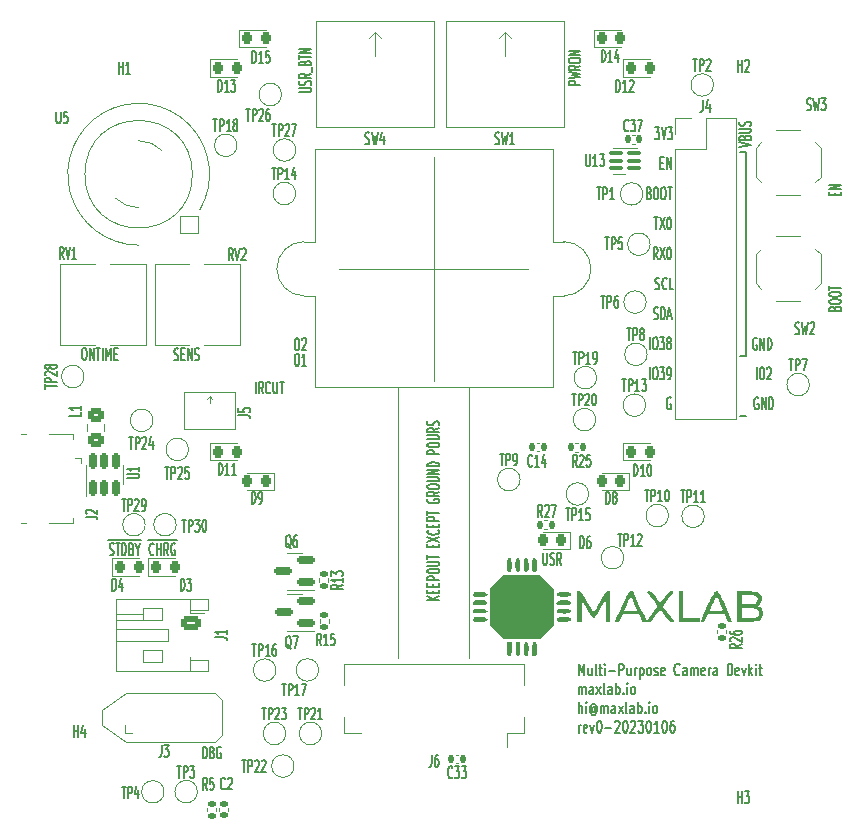
<source format=gto>
%TF.GenerationSoftware,KiCad,Pcbnew,(6.0.10)*%
%TF.CreationDate,2023-01-06T19:14:31-08:00*%
%TF.ProjectId,ai-camera,61692d63-616d-4657-9261-2e6b69636164,rev?*%
%TF.SameCoordinates,PX5f5e100PY2faf080*%
%TF.FileFunction,Legend,Top*%
%TF.FilePolarity,Positive*%
%FSLAX46Y46*%
G04 Gerber Fmt 4.6, Leading zero omitted, Abs format (unit mm)*
G04 Created by KiCad (PCBNEW (6.0.10)) date 2023-01-06 19:14:31*
%MOMM*%
%LPD*%
G01*
G04 APERTURE LIST*
G04 Aperture macros list*
%AMRoundRect*
0 Rectangle with rounded corners*
0 $1 Rounding radius*
0 $2 $3 $4 $5 $6 $7 $8 $9 X,Y pos of 4 corners*
0 Add a 4 corners polygon primitive as box body*
4,1,4,$2,$3,$4,$5,$6,$7,$8,$9,$2,$3,0*
0 Add four circle primitives for the rounded corners*
1,1,$1+$1,$2,$3*
1,1,$1+$1,$4,$5*
1,1,$1+$1,$6,$7*
1,1,$1+$1,$8,$9*
0 Add four rect primitives between the rounded corners*
20,1,$1+$1,$2,$3,$4,$5,0*
20,1,$1+$1,$4,$5,$6,$7,0*
20,1,$1+$1,$6,$7,$8,$9,0*
20,1,$1+$1,$8,$9,$2,$3,0*%
G04 Aperture macros list end*
%ADD10C,0.177800*%
%ADD11C,0.150000*%
%ADD12C,0.120000*%
%ADD13C,0.100000*%
%ADD14C,5.600000*%
%ADD15C,3.600000*%
%ADD16C,1.500000*%
%ADD17C,4.000000*%
%ADD18RoundRect,0.135000X-0.185000X0.135000X-0.185000X-0.135000X0.185000X-0.135000X0.185000X0.135000X0*%
%ADD19R,1.000000X1.700000*%
%ADD20RoundRect,0.250000X0.450000X-0.325000X0.450000X0.325000X-0.450000X0.325000X-0.450000X-0.325000X0*%
%ADD21RoundRect,0.140000X0.140000X0.170000X-0.140000X0.170000X-0.140000X-0.170000X0.140000X-0.170000X0*%
%ADD22RoundRect,0.218750X0.218750X0.256250X-0.218750X0.256250X-0.218750X-0.256250X0.218750X-0.256250X0*%
%ADD23RoundRect,0.135000X-0.135000X-0.185000X0.135000X-0.185000X0.135000X0.185000X-0.135000X0.185000X0*%
%ADD24RoundRect,0.218750X-0.218750X-0.256250X0.218750X-0.256250X0.218750X0.256250X-0.218750X0.256250X0*%
%ADD25C,1.700000*%
%ADD26RoundRect,0.250000X-0.625000X0.350000X-0.625000X-0.350000X0.625000X-0.350000X0.625000X0.350000X0*%
%ADD27O,1.750000X1.200000*%
%ADD28RoundRect,0.140000X-0.140000X-0.170000X0.140000X-0.170000X0.140000X0.170000X-0.140000X0.170000X0*%
%ADD29RoundRect,0.075000X0.512500X0.075000X-0.512500X0.075000X-0.512500X-0.075000X0.512500X-0.075000X0*%
%ADD30RoundRect,0.150000X0.150000X-0.512500X0.150000X0.512500X-0.150000X0.512500X-0.150000X-0.512500X0*%
%ADD31RoundRect,0.140000X-0.170000X0.140000X-0.170000X-0.140000X0.170000X-0.140000X0.170000X0.140000X0*%
%ADD32C,1.440000*%
%ADD33R,0.300000X1.300000*%
%ADD34R,1.800000X2.200000*%
%ADD35RoundRect,0.135000X0.185000X-0.135000X0.185000X0.135000X-0.185000X0.135000X-0.185000X-0.135000X0*%
%ADD36C,0.800000*%
%ADD37R,1.350000X0.400000*%
%ADD38R,1.550000X1.500000*%
%ADD39R,1.550000X1.200000*%
%ADD40O,1.550000X0.890000*%
%ADD41O,0.950000X1.250000*%
%ADD42R,1.700000X1.700000*%
%ADD43O,1.700000X1.700000*%
%ADD44RoundRect,0.135000X0.135000X0.185000X-0.135000X0.185000X-0.135000X-0.185000X0.135000X-0.185000X0*%
%ADD45RoundRect,0.150000X0.587500X0.150000X-0.587500X0.150000X-0.587500X-0.150000X0.587500X-0.150000X0*%
%ADD46R,1.524000X1.524000*%
%ADD47C,1.524000*%
%ADD48C,0.990600*%
%ADD49C,0.787400*%
%ADD50C,0.600000*%
G04 APERTURE END LIST*
D10*
X56388000Y-7112000D02*
X56388000Y-24384000D01*
X56388000Y-24384000D02*
X55880000Y-24384000D01*
X55880000Y-29464000D02*
X56388000Y-29464000D01*
X55880000Y-7112000D02*
X56388000Y-7112000D01*
D11*
X63936571Y-20356928D02*
X63984190Y-20271214D01*
X64031809Y-20242642D01*
X64127047Y-20214071D01*
X64269904Y-20214071D01*
X64365142Y-20242642D01*
X64412761Y-20271214D01*
X64460380Y-20328357D01*
X64460380Y-20556928D01*
X63460380Y-20556928D01*
X63460380Y-20356928D01*
X63508000Y-20299785D01*
X63555619Y-20271214D01*
X63650857Y-20242642D01*
X63746095Y-20242642D01*
X63841333Y-20271214D01*
X63888952Y-20299785D01*
X63936571Y-20356928D01*
X63936571Y-20556928D01*
X63460380Y-19842642D02*
X63460380Y-19728357D01*
X63508000Y-19671214D01*
X63603238Y-19614071D01*
X63793714Y-19585500D01*
X64127047Y-19585500D01*
X64317523Y-19614071D01*
X64412761Y-19671214D01*
X64460380Y-19728357D01*
X64460380Y-19842642D01*
X64412761Y-19899785D01*
X64317523Y-19956928D01*
X64127047Y-19985500D01*
X63793714Y-19985500D01*
X63603238Y-19956928D01*
X63508000Y-19899785D01*
X63460380Y-19842642D01*
X63460380Y-19214071D02*
X63460380Y-19099785D01*
X63508000Y-19042642D01*
X63603238Y-18985500D01*
X63793714Y-18956928D01*
X64127047Y-18956928D01*
X64317523Y-18985500D01*
X64412761Y-19042642D01*
X64460380Y-19099785D01*
X64460380Y-19214071D01*
X64412761Y-19271214D01*
X64317523Y-19328357D01*
X64127047Y-19356928D01*
X63793714Y-19356928D01*
X63603238Y-19328357D01*
X63508000Y-19271214D01*
X63460380Y-19214071D01*
X63460380Y-18785500D02*
X63460380Y-18442642D01*
X64460380Y-18614071D02*
X63460380Y-18614071D01*
X48623071Y-21232761D02*
X48708785Y-21280380D01*
X48851642Y-21280380D01*
X48908785Y-21232761D01*
X48937357Y-21185142D01*
X48965928Y-21089904D01*
X48965928Y-20994666D01*
X48937357Y-20899428D01*
X48908785Y-20851809D01*
X48851642Y-20804190D01*
X48737357Y-20756571D01*
X48680214Y-20708952D01*
X48651642Y-20661333D01*
X48623071Y-20566095D01*
X48623071Y-20470857D01*
X48651642Y-20375619D01*
X48680214Y-20328000D01*
X48737357Y-20280380D01*
X48880214Y-20280380D01*
X48965928Y-20328000D01*
X49223071Y-21280380D02*
X49223071Y-20280380D01*
X49365928Y-20280380D01*
X49451642Y-20328000D01*
X49508785Y-20423238D01*
X49537357Y-20518476D01*
X49565928Y-20708952D01*
X49565928Y-20851809D01*
X49537357Y-21042285D01*
X49508785Y-21137523D01*
X49451642Y-21232761D01*
X49365928Y-21280380D01*
X49223071Y-21280380D01*
X49794500Y-20994666D02*
X50080214Y-20994666D01*
X49737357Y-21280380D02*
X49937357Y-20280380D01*
X50137357Y-21280380D01*
X48726071Y-5027380D02*
X49097500Y-5027380D01*
X48897500Y-5408333D01*
X48983214Y-5408333D01*
X49040357Y-5455952D01*
X49068928Y-5503571D01*
X49097500Y-5598809D01*
X49097500Y-5836904D01*
X49068928Y-5932142D01*
X49040357Y-5979761D01*
X48983214Y-6027380D01*
X48811785Y-6027380D01*
X48754642Y-5979761D01*
X48726071Y-5932142D01*
X49268928Y-5027380D02*
X49468928Y-6027380D01*
X49668928Y-5027380D01*
X49811785Y-5027380D02*
X50183214Y-5027380D01*
X49983214Y-5408333D01*
X50068928Y-5408333D01*
X50126071Y-5455952D01*
X50154642Y-5503571D01*
X50183214Y-5598809D01*
X50183214Y-5836904D01*
X50154642Y-5932142D01*
X50126071Y-5979761D01*
X50068928Y-6027380D01*
X49897500Y-6027380D01*
X49840357Y-5979761D01*
X49811785Y-5932142D01*
X8011785Y-24704761D02*
X8097500Y-24752380D01*
X8240357Y-24752380D01*
X8297500Y-24704761D01*
X8326071Y-24657142D01*
X8354642Y-24561904D01*
X8354642Y-24466666D01*
X8326071Y-24371428D01*
X8297500Y-24323809D01*
X8240357Y-24276190D01*
X8126071Y-24228571D01*
X8068928Y-24180952D01*
X8040357Y-24133333D01*
X8011785Y-24038095D01*
X8011785Y-23942857D01*
X8040357Y-23847619D01*
X8068928Y-23800000D01*
X8126071Y-23752380D01*
X8268928Y-23752380D01*
X8354642Y-23800000D01*
X8611785Y-24228571D02*
X8811785Y-24228571D01*
X8897500Y-24752380D02*
X8611785Y-24752380D01*
X8611785Y-23752380D01*
X8897500Y-23752380D01*
X9154642Y-24752380D02*
X9154642Y-23752380D01*
X9497500Y-24752380D01*
X9497500Y-23752380D01*
X9754642Y-24704761D02*
X9840357Y-24752380D01*
X9983214Y-24752380D01*
X10040357Y-24704761D01*
X10068928Y-24657142D01*
X10097500Y-24561904D01*
X10097500Y-24466666D01*
X10068928Y-24371428D01*
X10040357Y-24323809D01*
X9983214Y-24276190D01*
X9868928Y-24228571D01*
X9811785Y-24180952D01*
X9783214Y-24133333D01*
X9754642Y-24038095D01*
X9754642Y-23942857D01*
X9783214Y-23847619D01*
X9811785Y-23800000D01*
X9868928Y-23752380D01*
X10011785Y-23752380D01*
X10097500Y-23800000D01*
X18357142Y-22902380D02*
X18471428Y-22902380D01*
X18528571Y-22950000D01*
X18585714Y-23045238D01*
X18614285Y-23235714D01*
X18614285Y-23569047D01*
X18585714Y-23759523D01*
X18528571Y-23854761D01*
X18471428Y-23902380D01*
X18357142Y-23902380D01*
X18300000Y-23854761D01*
X18242857Y-23759523D01*
X18214285Y-23569047D01*
X18214285Y-23235714D01*
X18242857Y-23045238D01*
X18300000Y-22950000D01*
X18357142Y-22902380D01*
X18842857Y-22997619D02*
X18871428Y-22950000D01*
X18928571Y-22902380D01*
X19071428Y-22902380D01*
X19128571Y-22950000D01*
X19157142Y-22997619D01*
X19185714Y-23092857D01*
X19185714Y-23188095D01*
X19157142Y-23330952D01*
X18814285Y-23902380D01*
X19185714Y-23902380D01*
X57454857Y-27948000D02*
X57397714Y-27900380D01*
X57312000Y-27900380D01*
X57226285Y-27948000D01*
X57169142Y-28043238D01*
X57140571Y-28138476D01*
X57112000Y-28328952D01*
X57112000Y-28471809D01*
X57140571Y-28662285D01*
X57169142Y-28757523D01*
X57226285Y-28852761D01*
X57312000Y-28900380D01*
X57369142Y-28900380D01*
X57454857Y-28852761D01*
X57483428Y-28805142D01*
X57483428Y-28471809D01*
X57369142Y-28471809D01*
X57740571Y-28900380D02*
X57740571Y-27900380D01*
X58083428Y-28900380D01*
X58083428Y-27900380D01*
X58369142Y-28900380D02*
X58369142Y-27900380D01*
X58512000Y-27900380D01*
X58597714Y-27948000D01*
X58654857Y-28043238D01*
X58683428Y-28138476D01*
X58712000Y-28328952D01*
X58712000Y-28471809D01*
X58683428Y-28662285D01*
X58654857Y-28757523D01*
X58597714Y-28852761D01*
X58512000Y-28900380D01*
X58369142Y-28900380D01*
X2428571Y-39970000D02*
X3000000Y-39970000D01*
X2542857Y-41204761D02*
X2628571Y-41252380D01*
X2771428Y-41252380D01*
X2828571Y-41204761D01*
X2857142Y-41157142D01*
X2885714Y-41061904D01*
X2885714Y-40966666D01*
X2857142Y-40871428D01*
X2828571Y-40823809D01*
X2771428Y-40776190D01*
X2657142Y-40728571D01*
X2600000Y-40680952D01*
X2571428Y-40633333D01*
X2542857Y-40538095D01*
X2542857Y-40442857D01*
X2571428Y-40347619D01*
X2600000Y-40300000D01*
X2657142Y-40252380D01*
X2800000Y-40252380D01*
X2885714Y-40300000D01*
X3000000Y-39970000D02*
X3457142Y-39970000D01*
X3057142Y-40252380D02*
X3400000Y-40252380D01*
X3228571Y-41252380D02*
X3228571Y-40252380D01*
X3457142Y-39970000D02*
X4057142Y-39970000D01*
X3600000Y-41252380D02*
X3600000Y-40252380D01*
X3742857Y-40252380D01*
X3828571Y-40300000D01*
X3885714Y-40395238D01*
X3914285Y-40490476D01*
X3942857Y-40680952D01*
X3942857Y-40823809D01*
X3914285Y-41014285D01*
X3885714Y-41109523D01*
X3828571Y-41204761D01*
X3742857Y-41252380D01*
X3600000Y-41252380D01*
X4057142Y-39970000D02*
X4657142Y-39970000D01*
X4400000Y-40728571D02*
X4485714Y-40776190D01*
X4514285Y-40823809D01*
X4542857Y-40919047D01*
X4542857Y-41061904D01*
X4514285Y-41157142D01*
X4485714Y-41204761D01*
X4428571Y-41252380D01*
X4200000Y-41252380D01*
X4200000Y-40252380D01*
X4400000Y-40252380D01*
X4457142Y-40300000D01*
X4485714Y-40347619D01*
X4514285Y-40442857D01*
X4514285Y-40538095D01*
X4485714Y-40633333D01*
X4457142Y-40680952D01*
X4400000Y-40728571D01*
X4200000Y-40728571D01*
X4657142Y-39970000D02*
X5171428Y-39970000D01*
X4914285Y-40776190D02*
X4914285Y-41252380D01*
X4714285Y-40252380D02*
X4914285Y-40776190D01*
X5114285Y-40252380D01*
X354642Y-23702380D02*
X468928Y-23702380D01*
X526071Y-23750000D01*
X583214Y-23845238D01*
X611785Y-24035714D01*
X611785Y-24369047D01*
X583214Y-24559523D01*
X526071Y-24654761D01*
X468928Y-24702380D01*
X354642Y-24702380D01*
X297500Y-24654761D01*
X240357Y-24559523D01*
X211785Y-24369047D01*
X211785Y-24035714D01*
X240357Y-23845238D01*
X297500Y-23750000D01*
X354642Y-23702380D01*
X868928Y-24702380D02*
X868928Y-23702380D01*
X1211785Y-24702380D01*
X1211785Y-23702380D01*
X1411785Y-23702380D02*
X1754642Y-23702380D01*
X1583214Y-24702380D02*
X1583214Y-23702380D01*
X1954642Y-24702380D02*
X1954642Y-23702380D01*
X2240357Y-24702380D02*
X2240357Y-23702380D01*
X2440357Y-24416666D01*
X2640357Y-23702380D01*
X2640357Y-24702380D01*
X2926071Y-24178571D02*
X3126071Y-24178571D01*
X3211785Y-24702380D02*
X2926071Y-24702380D01*
X2926071Y-23702380D01*
X3211785Y-23702380D01*
X49165928Y-8056571D02*
X49365928Y-8056571D01*
X49451642Y-8580380D02*
X49165928Y-8580380D01*
X49165928Y-7580380D01*
X49451642Y-7580380D01*
X49708785Y-8580380D02*
X49708785Y-7580380D01*
X50051642Y-8580380D01*
X50051642Y-7580380D01*
X55840380Y-6688000D02*
X56840380Y-6488000D01*
X55840380Y-6288000D01*
X56316571Y-5888000D02*
X56364190Y-5802285D01*
X56411809Y-5773714D01*
X56507047Y-5745142D01*
X56649904Y-5745142D01*
X56745142Y-5773714D01*
X56792761Y-5802285D01*
X56840380Y-5859428D01*
X56840380Y-6088000D01*
X55840380Y-6088000D01*
X55840380Y-5888000D01*
X55888000Y-5830857D01*
X55935619Y-5802285D01*
X56030857Y-5773714D01*
X56126095Y-5773714D01*
X56221333Y-5802285D01*
X56268952Y-5830857D01*
X56316571Y-5888000D01*
X56316571Y-6088000D01*
X55840380Y-5488000D02*
X56649904Y-5488000D01*
X56745142Y-5459428D01*
X56792761Y-5430857D01*
X56840380Y-5373714D01*
X56840380Y-5259428D01*
X56792761Y-5202285D01*
X56745142Y-5173714D01*
X56649904Y-5145142D01*
X55840380Y-5145142D01*
X56792761Y-4888000D02*
X56840380Y-4802285D01*
X56840380Y-4659428D01*
X56792761Y-4602285D01*
X56745142Y-4573714D01*
X56649904Y-4545142D01*
X56554666Y-4545142D01*
X56459428Y-4573714D01*
X56411809Y-4602285D01*
X56364190Y-4659428D01*
X56316571Y-4773714D01*
X56268952Y-4830857D01*
X56221333Y-4859428D01*
X56126095Y-4888000D01*
X56030857Y-4888000D01*
X55935619Y-4859428D01*
X55888000Y-4830857D01*
X55840380Y-4773714D01*
X55840380Y-4630857D01*
X55888000Y-4545142D01*
X63936571Y-10778071D02*
X63936571Y-10578071D01*
X64460380Y-10492357D02*
X64460380Y-10778071D01*
X63460380Y-10778071D01*
X63460380Y-10492357D01*
X64460380Y-10235214D02*
X63460380Y-10235214D01*
X64460380Y-9892357D01*
X63460380Y-9892357D01*
X48280214Y-26360380D02*
X48280214Y-25360380D01*
X48680214Y-25360380D02*
X48794500Y-25360380D01*
X48851642Y-25408000D01*
X48908785Y-25503238D01*
X48937357Y-25693714D01*
X48937357Y-26027047D01*
X48908785Y-26217523D01*
X48851642Y-26312761D01*
X48794500Y-26360380D01*
X48680214Y-26360380D01*
X48623071Y-26312761D01*
X48565928Y-26217523D01*
X48537357Y-26027047D01*
X48537357Y-25693714D01*
X48565928Y-25503238D01*
X48623071Y-25408000D01*
X48680214Y-25360380D01*
X49137357Y-25360380D02*
X49508785Y-25360380D01*
X49308785Y-25741333D01*
X49394500Y-25741333D01*
X49451642Y-25788952D01*
X49480214Y-25836571D01*
X49508785Y-25931809D01*
X49508785Y-26169904D01*
X49480214Y-26265142D01*
X49451642Y-26312761D01*
X49394500Y-26360380D01*
X49223071Y-26360380D01*
X49165928Y-26312761D01*
X49137357Y-26265142D01*
X49794500Y-26360380D02*
X49908785Y-26360380D01*
X49965928Y-26312761D01*
X49994500Y-26265142D01*
X50051642Y-26122285D01*
X50080214Y-25931809D01*
X50080214Y-25550857D01*
X50051642Y-25455619D01*
X50023071Y-25408000D01*
X49965928Y-25360380D01*
X49851642Y-25360380D01*
X49794500Y-25408000D01*
X49765928Y-25455619D01*
X49737357Y-25550857D01*
X49737357Y-25788952D01*
X49765928Y-25884190D01*
X49794500Y-25931809D01*
X49851642Y-25979428D01*
X49965928Y-25979428D01*
X50023071Y-25931809D01*
X50051642Y-25884190D01*
X50080214Y-25788952D01*
X5785714Y-39970000D02*
X6385714Y-39970000D01*
X6271428Y-41157142D02*
X6242857Y-41204761D01*
X6157142Y-41252380D01*
X6100000Y-41252380D01*
X6014285Y-41204761D01*
X5957142Y-41109523D01*
X5928571Y-41014285D01*
X5900000Y-40823809D01*
X5900000Y-40680952D01*
X5928571Y-40490476D01*
X5957142Y-40395238D01*
X6014285Y-40300000D01*
X6100000Y-40252380D01*
X6157142Y-40252380D01*
X6242857Y-40300000D01*
X6271428Y-40347619D01*
X6385714Y-39970000D02*
X7014285Y-39970000D01*
X6528571Y-41252380D02*
X6528571Y-40252380D01*
X6528571Y-40728571D02*
X6871428Y-40728571D01*
X6871428Y-41252380D02*
X6871428Y-40252380D01*
X7014285Y-39970000D02*
X7614285Y-39970000D01*
X7500000Y-41252380D02*
X7300000Y-40776190D01*
X7157142Y-41252380D02*
X7157142Y-40252380D01*
X7385714Y-40252380D01*
X7442857Y-40300000D01*
X7471428Y-40347619D01*
X7500000Y-40442857D01*
X7500000Y-40585714D01*
X7471428Y-40680952D01*
X7442857Y-40728571D01*
X7385714Y-40776190D01*
X7157142Y-40776190D01*
X7614285Y-39970000D02*
X8214285Y-39970000D01*
X8071428Y-40300000D02*
X8014285Y-40252380D01*
X7928571Y-40252380D01*
X7842857Y-40300000D01*
X7785714Y-40395238D01*
X7757142Y-40490476D01*
X7728571Y-40680952D01*
X7728571Y-40823809D01*
X7757142Y-41014285D01*
X7785714Y-41109523D01*
X7842857Y-41204761D01*
X7928571Y-41252380D01*
X7985714Y-41252380D01*
X8071428Y-41204761D01*
X8100000Y-41157142D01*
X8100000Y-40823809D01*
X7985714Y-40823809D01*
X57312000Y-26360380D02*
X57312000Y-25360380D01*
X57712000Y-25360380D02*
X57826285Y-25360380D01*
X57883428Y-25408000D01*
X57940571Y-25503238D01*
X57969142Y-25693714D01*
X57969142Y-26027047D01*
X57940571Y-26217523D01*
X57883428Y-26312761D01*
X57826285Y-26360380D01*
X57712000Y-26360380D01*
X57654857Y-26312761D01*
X57597714Y-26217523D01*
X57569142Y-26027047D01*
X57569142Y-25693714D01*
X57597714Y-25503238D01*
X57654857Y-25408000D01*
X57712000Y-25360380D01*
X58197714Y-25455619D02*
X58226285Y-25408000D01*
X58283428Y-25360380D01*
X58426285Y-25360380D01*
X58483428Y-25408000D01*
X58512000Y-25455619D01*
X58540571Y-25550857D01*
X58540571Y-25646095D01*
X58512000Y-25788952D01*
X58169142Y-26360380D01*
X58540571Y-26360380D01*
X14907142Y-27552380D02*
X14907142Y-26552380D01*
X15535714Y-27552380D02*
X15335714Y-27076190D01*
X15192857Y-27552380D02*
X15192857Y-26552380D01*
X15421428Y-26552380D01*
X15478571Y-26600000D01*
X15507142Y-26647619D01*
X15535714Y-26742857D01*
X15535714Y-26885714D01*
X15507142Y-26980952D01*
X15478571Y-27028571D01*
X15421428Y-27076190D01*
X15192857Y-27076190D01*
X16135714Y-27457142D02*
X16107142Y-27504761D01*
X16021428Y-27552380D01*
X15964285Y-27552380D01*
X15878571Y-27504761D01*
X15821428Y-27409523D01*
X15792857Y-27314285D01*
X15764285Y-27123809D01*
X15764285Y-26980952D01*
X15792857Y-26790476D01*
X15821428Y-26695238D01*
X15878571Y-26600000D01*
X15964285Y-26552380D01*
X16021428Y-26552380D01*
X16107142Y-26600000D01*
X16135714Y-26647619D01*
X16392857Y-26552380D02*
X16392857Y-27361904D01*
X16421428Y-27457142D01*
X16450000Y-27504761D01*
X16507142Y-27552380D01*
X16621428Y-27552380D01*
X16678571Y-27504761D01*
X16707142Y-27457142D01*
X16735714Y-27361904D01*
X16735714Y-26552380D01*
X16935714Y-26552380D02*
X17278571Y-26552380D01*
X17107142Y-27552380D02*
X17107142Y-26552380D01*
X48754642Y-18709761D02*
X48840357Y-18757380D01*
X48983214Y-18757380D01*
X49040357Y-18709761D01*
X49068928Y-18662142D01*
X49097500Y-18566904D01*
X49097500Y-18471666D01*
X49068928Y-18376428D01*
X49040357Y-18328809D01*
X48983214Y-18281190D01*
X48868928Y-18233571D01*
X48811785Y-18185952D01*
X48783214Y-18138333D01*
X48754642Y-18043095D01*
X48754642Y-17947857D01*
X48783214Y-17852619D01*
X48811785Y-17805000D01*
X48868928Y-17757380D01*
X49011785Y-17757380D01*
X49097500Y-17805000D01*
X49697500Y-18662142D02*
X49668928Y-18709761D01*
X49583214Y-18757380D01*
X49526071Y-18757380D01*
X49440357Y-18709761D01*
X49383214Y-18614523D01*
X49354642Y-18519285D01*
X49326071Y-18328809D01*
X49326071Y-18185952D01*
X49354642Y-17995476D01*
X49383214Y-17900238D01*
X49440357Y-17805000D01*
X49526071Y-17757380D01*
X49583214Y-17757380D01*
X49668928Y-17805000D01*
X49697500Y-17852619D01*
X50240357Y-18757380D02*
X49954642Y-18757380D01*
X49954642Y-17757380D01*
X18357142Y-24202380D02*
X18471428Y-24202380D01*
X18528571Y-24250000D01*
X18585714Y-24345238D01*
X18614285Y-24535714D01*
X18614285Y-24869047D01*
X18585714Y-25059523D01*
X18528571Y-25154761D01*
X18471428Y-25202380D01*
X18357142Y-25202380D01*
X18300000Y-25154761D01*
X18242857Y-25059523D01*
X18214285Y-24869047D01*
X18214285Y-24535714D01*
X18242857Y-24345238D01*
X18300000Y-24250000D01*
X18357142Y-24202380D01*
X19185714Y-25202380D02*
X18842857Y-25202380D01*
X19014285Y-25202380D02*
X19014285Y-24202380D01*
X18957142Y-24345238D01*
X18900000Y-24440476D01*
X18842857Y-24488095D01*
X48223071Y-10596571D02*
X48308785Y-10644190D01*
X48337357Y-10691809D01*
X48365928Y-10787047D01*
X48365928Y-10929904D01*
X48337357Y-11025142D01*
X48308785Y-11072761D01*
X48251642Y-11120380D01*
X48023071Y-11120380D01*
X48023071Y-10120380D01*
X48223071Y-10120380D01*
X48280214Y-10168000D01*
X48308785Y-10215619D01*
X48337357Y-10310857D01*
X48337357Y-10406095D01*
X48308785Y-10501333D01*
X48280214Y-10548952D01*
X48223071Y-10596571D01*
X48023071Y-10596571D01*
X48737357Y-10120380D02*
X48851642Y-10120380D01*
X48908785Y-10168000D01*
X48965928Y-10263238D01*
X48994500Y-10453714D01*
X48994500Y-10787047D01*
X48965928Y-10977523D01*
X48908785Y-11072761D01*
X48851642Y-11120380D01*
X48737357Y-11120380D01*
X48680214Y-11072761D01*
X48623071Y-10977523D01*
X48594500Y-10787047D01*
X48594500Y-10453714D01*
X48623071Y-10263238D01*
X48680214Y-10168000D01*
X48737357Y-10120380D01*
X49365928Y-10120380D02*
X49480214Y-10120380D01*
X49537357Y-10168000D01*
X49594500Y-10263238D01*
X49623071Y-10453714D01*
X49623071Y-10787047D01*
X49594500Y-10977523D01*
X49537357Y-11072761D01*
X49480214Y-11120380D01*
X49365928Y-11120380D01*
X49308785Y-11072761D01*
X49251642Y-10977523D01*
X49223071Y-10787047D01*
X49223071Y-10453714D01*
X49251642Y-10263238D01*
X49308785Y-10168000D01*
X49365928Y-10120380D01*
X49794500Y-10120380D02*
X50137357Y-10120380D01*
X49965928Y-11120380D02*
X49965928Y-10120380D01*
X42264166Y-51437380D02*
X42264166Y-50437380D01*
X42497500Y-51151666D01*
X42730833Y-50437380D01*
X42730833Y-51437380D01*
X43364166Y-50770714D02*
X43364166Y-51437380D01*
X43064166Y-50770714D02*
X43064166Y-51294523D01*
X43097500Y-51389761D01*
X43164166Y-51437380D01*
X43264166Y-51437380D01*
X43330833Y-51389761D01*
X43364166Y-51342142D01*
X43797500Y-51437380D02*
X43730833Y-51389761D01*
X43697500Y-51294523D01*
X43697500Y-50437380D01*
X43964166Y-50770714D02*
X44230833Y-50770714D01*
X44064166Y-50437380D02*
X44064166Y-51294523D01*
X44097500Y-51389761D01*
X44164166Y-51437380D01*
X44230833Y-51437380D01*
X44464166Y-51437380D02*
X44464166Y-50770714D01*
X44464166Y-50437380D02*
X44430833Y-50485000D01*
X44464166Y-50532619D01*
X44497500Y-50485000D01*
X44464166Y-50437380D01*
X44464166Y-50532619D01*
X44797500Y-51056428D02*
X45330833Y-51056428D01*
X45664166Y-51437380D02*
X45664166Y-50437380D01*
X45930833Y-50437380D01*
X45997500Y-50485000D01*
X46030833Y-50532619D01*
X46064166Y-50627857D01*
X46064166Y-50770714D01*
X46030833Y-50865952D01*
X45997500Y-50913571D01*
X45930833Y-50961190D01*
X45664166Y-50961190D01*
X46664166Y-50770714D02*
X46664166Y-51437380D01*
X46364166Y-50770714D02*
X46364166Y-51294523D01*
X46397500Y-51389761D01*
X46464166Y-51437380D01*
X46564166Y-51437380D01*
X46630833Y-51389761D01*
X46664166Y-51342142D01*
X46997500Y-51437380D02*
X46997500Y-50770714D01*
X46997500Y-50961190D02*
X47030833Y-50865952D01*
X47064166Y-50818333D01*
X47130833Y-50770714D01*
X47197500Y-50770714D01*
X47430833Y-50770714D02*
X47430833Y-51770714D01*
X47430833Y-50818333D02*
X47497500Y-50770714D01*
X47630833Y-50770714D01*
X47697500Y-50818333D01*
X47730833Y-50865952D01*
X47764166Y-50961190D01*
X47764166Y-51246904D01*
X47730833Y-51342142D01*
X47697500Y-51389761D01*
X47630833Y-51437380D01*
X47497500Y-51437380D01*
X47430833Y-51389761D01*
X48164166Y-51437380D02*
X48097500Y-51389761D01*
X48064166Y-51342142D01*
X48030833Y-51246904D01*
X48030833Y-50961190D01*
X48064166Y-50865952D01*
X48097500Y-50818333D01*
X48164166Y-50770714D01*
X48264166Y-50770714D01*
X48330833Y-50818333D01*
X48364166Y-50865952D01*
X48397500Y-50961190D01*
X48397500Y-51246904D01*
X48364166Y-51342142D01*
X48330833Y-51389761D01*
X48264166Y-51437380D01*
X48164166Y-51437380D01*
X48664166Y-51389761D02*
X48730833Y-51437380D01*
X48864166Y-51437380D01*
X48930833Y-51389761D01*
X48964166Y-51294523D01*
X48964166Y-51246904D01*
X48930833Y-51151666D01*
X48864166Y-51104047D01*
X48764166Y-51104047D01*
X48697500Y-51056428D01*
X48664166Y-50961190D01*
X48664166Y-50913571D01*
X48697500Y-50818333D01*
X48764166Y-50770714D01*
X48864166Y-50770714D01*
X48930833Y-50818333D01*
X49530833Y-51389761D02*
X49464166Y-51437380D01*
X49330833Y-51437380D01*
X49264166Y-51389761D01*
X49230833Y-51294523D01*
X49230833Y-50913571D01*
X49264166Y-50818333D01*
X49330833Y-50770714D01*
X49464166Y-50770714D01*
X49530833Y-50818333D01*
X49564166Y-50913571D01*
X49564166Y-51008809D01*
X49230833Y-51104047D01*
X50797500Y-51342142D02*
X50764166Y-51389761D01*
X50664166Y-51437380D01*
X50597500Y-51437380D01*
X50497500Y-51389761D01*
X50430833Y-51294523D01*
X50397500Y-51199285D01*
X50364166Y-51008809D01*
X50364166Y-50865952D01*
X50397500Y-50675476D01*
X50430833Y-50580238D01*
X50497500Y-50485000D01*
X50597500Y-50437380D01*
X50664166Y-50437380D01*
X50764166Y-50485000D01*
X50797500Y-50532619D01*
X51397500Y-51437380D02*
X51397500Y-50913571D01*
X51364166Y-50818333D01*
X51297500Y-50770714D01*
X51164166Y-50770714D01*
X51097500Y-50818333D01*
X51397500Y-51389761D02*
X51330833Y-51437380D01*
X51164166Y-51437380D01*
X51097500Y-51389761D01*
X51064166Y-51294523D01*
X51064166Y-51199285D01*
X51097500Y-51104047D01*
X51164166Y-51056428D01*
X51330833Y-51056428D01*
X51397500Y-51008809D01*
X51730833Y-51437380D02*
X51730833Y-50770714D01*
X51730833Y-50865952D02*
X51764166Y-50818333D01*
X51830833Y-50770714D01*
X51930833Y-50770714D01*
X51997500Y-50818333D01*
X52030833Y-50913571D01*
X52030833Y-51437380D01*
X52030833Y-50913571D02*
X52064166Y-50818333D01*
X52130833Y-50770714D01*
X52230833Y-50770714D01*
X52297500Y-50818333D01*
X52330833Y-50913571D01*
X52330833Y-51437380D01*
X52930833Y-51389761D02*
X52864166Y-51437380D01*
X52730833Y-51437380D01*
X52664166Y-51389761D01*
X52630833Y-51294523D01*
X52630833Y-50913571D01*
X52664166Y-50818333D01*
X52730833Y-50770714D01*
X52864166Y-50770714D01*
X52930833Y-50818333D01*
X52964166Y-50913571D01*
X52964166Y-51008809D01*
X52630833Y-51104047D01*
X53264166Y-51437380D02*
X53264166Y-50770714D01*
X53264166Y-50961190D02*
X53297500Y-50865952D01*
X53330833Y-50818333D01*
X53397500Y-50770714D01*
X53464166Y-50770714D01*
X53997500Y-51437380D02*
X53997500Y-50913571D01*
X53964166Y-50818333D01*
X53897500Y-50770714D01*
X53764166Y-50770714D01*
X53697500Y-50818333D01*
X53997500Y-51389761D02*
X53930833Y-51437380D01*
X53764166Y-51437380D01*
X53697500Y-51389761D01*
X53664166Y-51294523D01*
X53664166Y-51199285D01*
X53697500Y-51104047D01*
X53764166Y-51056428D01*
X53930833Y-51056428D01*
X53997500Y-51008809D01*
X54864166Y-51437380D02*
X54864166Y-50437380D01*
X55030833Y-50437380D01*
X55130833Y-50485000D01*
X55197500Y-50580238D01*
X55230833Y-50675476D01*
X55264166Y-50865952D01*
X55264166Y-51008809D01*
X55230833Y-51199285D01*
X55197500Y-51294523D01*
X55130833Y-51389761D01*
X55030833Y-51437380D01*
X54864166Y-51437380D01*
X55830833Y-51389761D02*
X55764166Y-51437380D01*
X55630833Y-51437380D01*
X55564166Y-51389761D01*
X55530833Y-51294523D01*
X55530833Y-50913571D01*
X55564166Y-50818333D01*
X55630833Y-50770714D01*
X55764166Y-50770714D01*
X55830833Y-50818333D01*
X55864166Y-50913571D01*
X55864166Y-51008809D01*
X55530833Y-51104047D01*
X56097500Y-50770714D02*
X56264166Y-51437380D01*
X56430833Y-50770714D01*
X56697500Y-51437380D02*
X56697500Y-50437380D01*
X56764166Y-51056428D02*
X56964166Y-51437380D01*
X56964166Y-50770714D02*
X56697500Y-51151666D01*
X57264166Y-51437380D02*
X57264166Y-50770714D01*
X57264166Y-50437380D02*
X57230833Y-50485000D01*
X57264166Y-50532619D01*
X57297500Y-50485000D01*
X57264166Y-50437380D01*
X57264166Y-50532619D01*
X57497500Y-50770714D02*
X57764166Y-50770714D01*
X57597500Y-50437380D02*
X57597500Y-51294523D01*
X57630833Y-51389761D01*
X57697500Y-51437380D01*
X57764166Y-51437380D01*
X42264166Y-53047380D02*
X42264166Y-52380714D01*
X42264166Y-52475952D02*
X42297500Y-52428333D01*
X42364166Y-52380714D01*
X42464166Y-52380714D01*
X42530833Y-52428333D01*
X42564166Y-52523571D01*
X42564166Y-53047380D01*
X42564166Y-52523571D02*
X42597500Y-52428333D01*
X42664166Y-52380714D01*
X42764166Y-52380714D01*
X42830833Y-52428333D01*
X42864166Y-52523571D01*
X42864166Y-53047380D01*
X43497500Y-53047380D02*
X43497500Y-52523571D01*
X43464166Y-52428333D01*
X43397500Y-52380714D01*
X43264166Y-52380714D01*
X43197500Y-52428333D01*
X43497500Y-52999761D02*
X43430833Y-53047380D01*
X43264166Y-53047380D01*
X43197500Y-52999761D01*
X43164166Y-52904523D01*
X43164166Y-52809285D01*
X43197500Y-52714047D01*
X43264166Y-52666428D01*
X43430833Y-52666428D01*
X43497500Y-52618809D01*
X43764166Y-53047380D02*
X44130833Y-52380714D01*
X43764166Y-52380714D02*
X44130833Y-53047380D01*
X44497500Y-53047380D02*
X44430833Y-52999761D01*
X44397500Y-52904523D01*
X44397500Y-52047380D01*
X45064166Y-53047380D02*
X45064166Y-52523571D01*
X45030833Y-52428333D01*
X44964166Y-52380714D01*
X44830833Y-52380714D01*
X44764166Y-52428333D01*
X45064166Y-52999761D02*
X44997500Y-53047380D01*
X44830833Y-53047380D01*
X44764166Y-52999761D01*
X44730833Y-52904523D01*
X44730833Y-52809285D01*
X44764166Y-52714047D01*
X44830833Y-52666428D01*
X44997500Y-52666428D01*
X45064166Y-52618809D01*
X45397500Y-53047380D02*
X45397500Y-52047380D01*
X45397500Y-52428333D02*
X45464166Y-52380714D01*
X45597500Y-52380714D01*
X45664166Y-52428333D01*
X45697500Y-52475952D01*
X45730833Y-52571190D01*
X45730833Y-52856904D01*
X45697500Y-52952142D01*
X45664166Y-52999761D01*
X45597500Y-53047380D01*
X45464166Y-53047380D01*
X45397500Y-52999761D01*
X46030833Y-52952142D02*
X46064166Y-52999761D01*
X46030833Y-53047380D01*
X45997500Y-52999761D01*
X46030833Y-52952142D01*
X46030833Y-53047380D01*
X46364166Y-53047380D02*
X46364166Y-52380714D01*
X46364166Y-52047380D02*
X46330833Y-52095000D01*
X46364166Y-52142619D01*
X46397500Y-52095000D01*
X46364166Y-52047380D01*
X46364166Y-52142619D01*
X46797500Y-53047380D02*
X46730833Y-52999761D01*
X46697500Y-52952142D01*
X46664166Y-52856904D01*
X46664166Y-52571190D01*
X46697500Y-52475952D01*
X46730833Y-52428333D01*
X46797500Y-52380714D01*
X46897500Y-52380714D01*
X46964166Y-52428333D01*
X46997500Y-52475952D01*
X47030833Y-52571190D01*
X47030833Y-52856904D01*
X46997500Y-52952142D01*
X46964166Y-52999761D01*
X46897500Y-53047380D01*
X46797500Y-53047380D01*
X42264166Y-54657380D02*
X42264166Y-53657380D01*
X42564166Y-54657380D02*
X42564166Y-54133571D01*
X42530833Y-54038333D01*
X42464166Y-53990714D01*
X42364166Y-53990714D01*
X42297500Y-54038333D01*
X42264166Y-54085952D01*
X42897500Y-54657380D02*
X42897500Y-53990714D01*
X42897500Y-53657380D02*
X42864166Y-53705000D01*
X42897500Y-53752619D01*
X42930833Y-53705000D01*
X42897500Y-53657380D01*
X42897500Y-53752619D01*
X43664166Y-54181190D02*
X43630833Y-54133571D01*
X43564166Y-54085952D01*
X43497500Y-54085952D01*
X43430833Y-54133571D01*
X43397500Y-54181190D01*
X43364166Y-54276428D01*
X43364166Y-54371666D01*
X43397500Y-54466904D01*
X43430833Y-54514523D01*
X43497500Y-54562142D01*
X43564166Y-54562142D01*
X43630833Y-54514523D01*
X43664166Y-54466904D01*
X43664166Y-54085952D02*
X43664166Y-54466904D01*
X43697500Y-54514523D01*
X43730833Y-54514523D01*
X43797500Y-54466904D01*
X43830833Y-54371666D01*
X43830833Y-54133571D01*
X43764166Y-53990714D01*
X43664166Y-53895476D01*
X43530833Y-53847857D01*
X43397500Y-53895476D01*
X43297500Y-53990714D01*
X43230833Y-54133571D01*
X43197500Y-54324047D01*
X43230833Y-54514523D01*
X43297500Y-54657380D01*
X43397500Y-54752619D01*
X43530833Y-54800238D01*
X43664166Y-54752619D01*
X43764166Y-54657380D01*
X44130833Y-54657380D02*
X44130833Y-53990714D01*
X44130833Y-54085952D02*
X44164166Y-54038333D01*
X44230833Y-53990714D01*
X44330833Y-53990714D01*
X44397500Y-54038333D01*
X44430833Y-54133571D01*
X44430833Y-54657380D01*
X44430833Y-54133571D02*
X44464166Y-54038333D01*
X44530833Y-53990714D01*
X44630833Y-53990714D01*
X44697500Y-54038333D01*
X44730833Y-54133571D01*
X44730833Y-54657380D01*
X45364166Y-54657380D02*
X45364166Y-54133571D01*
X45330833Y-54038333D01*
X45264166Y-53990714D01*
X45130833Y-53990714D01*
X45064166Y-54038333D01*
X45364166Y-54609761D02*
X45297500Y-54657380D01*
X45130833Y-54657380D01*
X45064166Y-54609761D01*
X45030833Y-54514523D01*
X45030833Y-54419285D01*
X45064166Y-54324047D01*
X45130833Y-54276428D01*
X45297500Y-54276428D01*
X45364166Y-54228809D01*
X45630833Y-54657380D02*
X45997500Y-53990714D01*
X45630833Y-53990714D02*
X45997500Y-54657380D01*
X46364166Y-54657380D02*
X46297500Y-54609761D01*
X46264166Y-54514523D01*
X46264166Y-53657380D01*
X46930833Y-54657380D02*
X46930833Y-54133571D01*
X46897500Y-54038333D01*
X46830833Y-53990714D01*
X46697500Y-53990714D01*
X46630833Y-54038333D01*
X46930833Y-54609761D02*
X46864166Y-54657380D01*
X46697500Y-54657380D01*
X46630833Y-54609761D01*
X46597500Y-54514523D01*
X46597500Y-54419285D01*
X46630833Y-54324047D01*
X46697500Y-54276428D01*
X46864166Y-54276428D01*
X46930833Y-54228809D01*
X47264166Y-54657380D02*
X47264166Y-53657380D01*
X47264166Y-54038333D02*
X47330833Y-53990714D01*
X47464166Y-53990714D01*
X47530833Y-54038333D01*
X47564166Y-54085952D01*
X47597500Y-54181190D01*
X47597500Y-54466904D01*
X47564166Y-54562142D01*
X47530833Y-54609761D01*
X47464166Y-54657380D01*
X47330833Y-54657380D01*
X47264166Y-54609761D01*
X47897500Y-54562142D02*
X47930833Y-54609761D01*
X47897500Y-54657380D01*
X47864166Y-54609761D01*
X47897500Y-54562142D01*
X47897500Y-54657380D01*
X48230833Y-54657380D02*
X48230833Y-53990714D01*
X48230833Y-53657380D02*
X48197500Y-53705000D01*
X48230833Y-53752619D01*
X48264166Y-53705000D01*
X48230833Y-53657380D01*
X48230833Y-53752619D01*
X48664166Y-54657380D02*
X48597500Y-54609761D01*
X48564166Y-54562142D01*
X48530833Y-54466904D01*
X48530833Y-54181190D01*
X48564166Y-54085952D01*
X48597500Y-54038333D01*
X48664166Y-53990714D01*
X48764166Y-53990714D01*
X48830833Y-54038333D01*
X48864166Y-54085952D01*
X48897500Y-54181190D01*
X48897500Y-54466904D01*
X48864166Y-54562142D01*
X48830833Y-54609761D01*
X48764166Y-54657380D01*
X48664166Y-54657380D01*
X42264166Y-56267380D02*
X42264166Y-55600714D01*
X42264166Y-55791190D02*
X42297500Y-55695952D01*
X42330833Y-55648333D01*
X42397500Y-55600714D01*
X42464166Y-55600714D01*
X42964166Y-56219761D02*
X42897500Y-56267380D01*
X42764166Y-56267380D01*
X42697500Y-56219761D01*
X42664166Y-56124523D01*
X42664166Y-55743571D01*
X42697500Y-55648333D01*
X42764166Y-55600714D01*
X42897500Y-55600714D01*
X42964166Y-55648333D01*
X42997500Y-55743571D01*
X42997500Y-55838809D01*
X42664166Y-55934047D01*
X43230833Y-55600714D02*
X43397500Y-56267380D01*
X43564166Y-55600714D01*
X43964166Y-55267380D02*
X44030833Y-55267380D01*
X44097500Y-55315000D01*
X44130833Y-55362619D01*
X44164166Y-55457857D01*
X44197500Y-55648333D01*
X44197500Y-55886428D01*
X44164166Y-56076904D01*
X44130833Y-56172142D01*
X44097500Y-56219761D01*
X44030833Y-56267380D01*
X43964166Y-56267380D01*
X43897500Y-56219761D01*
X43864166Y-56172142D01*
X43830833Y-56076904D01*
X43797500Y-55886428D01*
X43797500Y-55648333D01*
X43830833Y-55457857D01*
X43864166Y-55362619D01*
X43897500Y-55315000D01*
X43964166Y-55267380D01*
X44497500Y-55886428D02*
X45030833Y-55886428D01*
X45330833Y-55362619D02*
X45364166Y-55315000D01*
X45430833Y-55267380D01*
X45597500Y-55267380D01*
X45664166Y-55315000D01*
X45697500Y-55362619D01*
X45730833Y-55457857D01*
X45730833Y-55553095D01*
X45697500Y-55695952D01*
X45297500Y-56267380D01*
X45730833Y-56267380D01*
X46164166Y-55267380D02*
X46230833Y-55267380D01*
X46297500Y-55315000D01*
X46330833Y-55362619D01*
X46364166Y-55457857D01*
X46397500Y-55648333D01*
X46397500Y-55886428D01*
X46364166Y-56076904D01*
X46330833Y-56172142D01*
X46297500Y-56219761D01*
X46230833Y-56267380D01*
X46164166Y-56267380D01*
X46097500Y-56219761D01*
X46064166Y-56172142D01*
X46030833Y-56076904D01*
X45997500Y-55886428D01*
X45997500Y-55648333D01*
X46030833Y-55457857D01*
X46064166Y-55362619D01*
X46097500Y-55315000D01*
X46164166Y-55267380D01*
X46664166Y-55362619D02*
X46697500Y-55315000D01*
X46764166Y-55267380D01*
X46930833Y-55267380D01*
X46997500Y-55315000D01*
X47030833Y-55362619D01*
X47064166Y-55457857D01*
X47064166Y-55553095D01*
X47030833Y-55695952D01*
X46630833Y-56267380D01*
X47064166Y-56267380D01*
X47297500Y-55267380D02*
X47730833Y-55267380D01*
X47497500Y-55648333D01*
X47597500Y-55648333D01*
X47664166Y-55695952D01*
X47697500Y-55743571D01*
X47730833Y-55838809D01*
X47730833Y-56076904D01*
X47697500Y-56172142D01*
X47664166Y-56219761D01*
X47597500Y-56267380D01*
X47397500Y-56267380D01*
X47330833Y-56219761D01*
X47297500Y-56172142D01*
X48164166Y-55267380D02*
X48230833Y-55267380D01*
X48297500Y-55315000D01*
X48330833Y-55362619D01*
X48364166Y-55457857D01*
X48397500Y-55648333D01*
X48397500Y-55886428D01*
X48364166Y-56076904D01*
X48330833Y-56172142D01*
X48297500Y-56219761D01*
X48230833Y-56267380D01*
X48164166Y-56267380D01*
X48097500Y-56219761D01*
X48064166Y-56172142D01*
X48030833Y-56076904D01*
X47997500Y-55886428D01*
X47997500Y-55648333D01*
X48030833Y-55457857D01*
X48064166Y-55362619D01*
X48097500Y-55315000D01*
X48164166Y-55267380D01*
X49064166Y-56267380D02*
X48664166Y-56267380D01*
X48864166Y-56267380D02*
X48864166Y-55267380D01*
X48797500Y-55410238D01*
X48730833Y-55505476D01*
X48664166Y-55553095D01*
X49497500Y-55267380D02*
X49564166Y-55267380D01*
X49630833Y-55315000D01*
X49664166Y-55362619D01*
X49697500Y-55457857D01*
X49730833Y-55648333D01*
X49730833Y-55886428D01*
X49697500Y-56076904D01*
X49664166Y-56172142D01*
X49630833Y-56219761D01*
X49564166Y-56267380D01*
X49497500Y-56267380D01*
X49430833Y-56219761D01*
X49397500Y-56172142D01*
X49364166Y-56076904D01*
X49330833Y-55886428D01*
X49330833Y-55648333D01*
X49364166Y-55457857D01*
X49397500Y-55362619D01*
X49430833Y-55315000D01*
X49497500Y-55267380D01*
X50330833Y-55267380D02*
X50197500Y-55267380D01*
X50130833Y-55315000D01*
X50097500Y-55362619D01*
X50030833Y-55505476D01*
X49997500Y-55695952D01*
X49997500Y-56076904D01*
X50030833Y-56172142D01*
X50064166Y-56219761D01*
X50130833Y-56267380D01*
X50264166Y-56267380D01*
X50330833Y-56219761D01*
X50364166Y-56172142D01*
X50397500Y-56076904D01*
X50397500Y-55838809D01*
X50364166Y-55743571D01*
X50330833Y-55695952D01*
X50264166Y-55648333D01*
X50130833Y-55648333D01*
X50064166Y-55695952D01*
X50030833Y-55743571D01*
X49997500Y-55838809D01*
X39242857Y-41052380D02*
X39242857Y-41861904D01*
X39271428Y-41957142D01*
X39300000Y-42004761D01*
X39357142Y-42052380D01*
X39471428Y-42052380D01*
X39528571Y-42004761D01*
X39557142Y-41957142D01*
X39585714Y-41861904D01*
X39585714Y-41052380D01*
X39842857Y-42004761D02*
X39928571Y-42052380D01*
X40071428Y-42052380D01*
X40128571Y-42004761D01*
X40157142Y-41957142D01*
X40185714Y-41861904D01*
X40185714Y-41766666D01*
X40157142Y-41671428D01*
X40128571Y-41623809D01*
X40071428Y-41576190D01*
X39957142Y-41528571D01*
X39900000Y-41480952D01*
X39871428Y-41433333D01*
X39842857Y-41338095D01*
X39842857Y-41242857D01*
X39871428Y-41147619D01*
X39900000Y-41100000D01*
X39957142Y-41052380D01*
X40100000Y-41052380D01*
X40185714Y-41100000D01*
X40785714Y-42052380D02*
X40585714Y-41576190D01*
X40442857Y-42052380D02*
X40442857Y-41052380D01*
X40671428Y-41052380D01*
X40728571Y-41100000D01*
X40757142Y-41147619D01*
X40785714Y-41242857D01*
X40785714Y-41385714D01*
X40757142Y-41480952D01*
X40728571Y-41528571D01*
X40671428Y-41576190D01*
X40442857Y-41576190D01*
X48937357Y-16200380D02*
X48737357Y-15724190D01*
X48594500Y-16200380D02*
X48594500Y-15200380D01*
X48823071Y-15200380D01*
X48880214Y-15248000D01*
X48908785Y-15295619D01*
X48937357Y-15390857D01*
X48937357Y-15533714D01*
X48908785Y-15628952D01*
X48880214Y-15676571D01*
X48823071Y-15724190D01*
X48594500Y-15724190D01*
X49137357Y-15200380D02*
X49537357Y-16200380D01*
X49537357Y-15200380D02*
X49137357Y-16200380D01*
X49880214Y-15200380D02*
X49937357Y-15200380D01*
X49994500Y-15248000D01*
X50023071Y-15295619D01*
X50051642Y-15390857D01*
X50080214Y-15581333D01*
X50080214Y-15819428D01*
X50051642Y-16009904D01*
X50023071Y-16105142D01*
X49994500Y-16152761D01*
X49937357Y-16200380D01*
X49880214Y-16200380D01*
X49823071Y-16152761D01*
X49794500Y-16105142D01*
X49765928Y-16009904D01*
X49737357Y-15819428D01*
X49737357Y-15581333D01*
X49765928Y-15390857D01*
X49794500Y-15295619D01*
X49823071Y-15248000D01*
X49880214Y-15200380D01*
X48651642Y-12660380D02*
X48994500Y-12660380D01*
X48823071Y-13660380D02*
X48823071Y-12660380D01*
X49137357Y-12660380D02*
X49537357Y-13660380D01*
X49537357Y-12660380D02*
X49137357Y-13660380D01*
X49880214Y-12660380D02*
X49937357Y-12660380D01*
X49994500Y-12708000D01*
X50023071Y-12755619D01*
X50051642Y-12850857D01*
X50080214Y-13041333D01*
X50080214Y-13279428D01*
X50051642Y-13469904D01*
X50023071Y-13565142D01*
X49994500Y-13612761D01*
X49937357Y-13660380D01*
X49880214Y-13660380D01*
X49823071Y-13612761D01*
X49794500Y-13565142D01*
X49765928Y-13469904D01*
X49737357Y-13279428D01*
X49737357Y-13041333D01*
X49765928Y-12850857D01*
X49794500Y-12755619D01*
X49823071Y-12708000D01*
X49880214Y-12660380D01*
X48280214Y-23820380D02*
X48280214Y-22820380D01*
X48680214Y-22820380D02*
X48794500Y-22820380D01*
X48851642Y-22868000D01*
X48908785Y-22963238D01*
X48937357Y-23153714D01*
X48937357Y-23487047D01*
X48908785Y-23677523D01*
X48851642Y-23772761D01*
X48794500Y-23820380D01*
X48680214Y-23820380D01*
X48623071Y-23772761D01*
X48565928Y-23677523D01*
X48537357Y-23487047D01*
X48537357Y-23153714D01*
X48565928Y-22963238D01*
X48623071Y-22868000D01*
X48680214Y-22820380D01*
X49137357Y-22820380D02*
X49508785Y-22820380D01*
X49308785Y-23201333D01*
X49394500Y-23201333D01*
X49451642Y-23248952D01*
X49480214Y-23296571D01*
X49508785Y-23391809D01*
X49508785Y-23629904D01*
X49480214Y-23725142D01*
X49451642Y-23772761D01*
X49394500Y-23820380D01*
X49223071Y-23820380D01*
X49165928Y-23772761D01*
X49137357Y-23725142D01*
X49851642Y-23248952D02*
X49794500Y-23201333D01*
X49765928Y-23153714D01*
X49737357Y-23058476D01*
X49737357Y-23010857D01*
X49765928Y-22915619D01*
X49794500Y-22868000D01*
X49851642Y-22820380D01*
X49965928Y-22820380D01*
X50023071Y-22868000D01*
X50051642Y-22915619D01*
X50080214Y-23010857D01*
X50080214Y-23058476D01*
X50051642Y-23153714D01*
X50023071Y-23201333D01*
X49965928Y-23248952D01*
X49851642Y-23248952D01*
X49794500Y-23296571D01*
X49765928Y-23344190D01*
X49737357Y-23439428D01*
X49737357Y-23629904D01*
X49765928Y-23725142D01*
X49794500Y-23772761D01*
X49851642Y-23820380D01*
X49965928Y-23820380D01*
X50023071Y-23772761D01*
X50051642Y-23725142D01*
X50080214Y-23629904D01*
X50080214Y-23439428D01*
X50051642Y-23344190D01*
X50023071Y-23296571D01*
X49965928Y-23248952D01*
X10442857Y-58452380D02*
X10442857Y-57452380D01*
X10585714Y-57452380D01*
X10671428Y-57500000D01*
X10728571Y-57595238D01*
X10757142Y-57690476D01*
X10785714Y-57880952D01*
X10785714Y-58023809D01*
X10757142Y-58214285D01*
X10728571Y-58309523D01*
X10671428Y-58404761D01*
X10585714Y-58452380D01*
X10442857Y-58452380D01*
X11242857Y-57928571D02*
X11328571Y-57976190D01*
X11357142Y-58023809D01*
X11385714Y-58119047D01*
X11385714Y-58261904D01*
X11357142Y-58357142D01*
X11328571Y-58404761D01*
X11271428Y-58452380D01*
X11042857Y-58452380D01*
X11042857Y-57452380D01*
X11242857Y-57452380D01*
X11300000Y-57500000D01*
X11328571Y-57547619D01*
X11357142Y-57642857D01*
X11357142Y-57738095D01*
X11328571Y-57833333D01*
X11300000Y-57880952D01*
X11242857Y-57928571D01*
X11042857Y-57928571D01*
X11957142Y-57500000D02*
X11900000Y-57452380D01*
X11814285Y-57452380D01*
X11728571Y-57500000D01*
X11671428Y-57595238D01*
X11642857Y-57690476D01*
X11614285Y-57880952D01*
X11614285Y-58023809D01*
X11642857Y-58214285D01*
X11671428Y-58309523D01*
X11728571Y-58404761D01*
X11814285Y-58452380D01*
X11871428Y-58452380D01*
X11957142Y-58404761D01*
X11985714Y-58357142D01*
X11985714Y-58023809D01*
X11871428Y-58023809D01*
X57342857Y-22900000D02*
X57285714Y-22852380D01*
X57200000Y-22852380D01*
X57114285Y-22900000D01*
X57057142Y-22995238D01*
X57028571Y-23090476D01*
X57000000Y-23280952D01*
X57000000Y-23423809D01*
X57028571Y-23614285D01*
X57057142Y-23709523D01*
X57114285Y-23804761D01*
X57200000Y-23852380D01*
X57257142Y-23852380D01*
X57342857Y-23804761D01*
X57371428Y-23757142D01*
X57371428Y-23423809D01*
X57257142Y-23423809D01*
X57628571Y-23852380D02*
X57628571Y-22852380D01*
X57971428Y-23852380D01*
X57971428Y-22852380D01*
X58257142Y-23852380D02*
X58257142Y-22852380D01*
X58400000Y-22852380D01*
X58485714Y-22900000D01*
X58542857Y-22995238D01*
X58571428Y-23090476D01*
X58600000Y-23280952D01*
X58600000Y-23423809D01*
X58571428Y-23614285D01*
X58542857Y-23709523D01*
X58485714Y-23804761D01*
X58400000Y-23852380D01*
X58257142Y-23852380D01*
X50051642Y-27948000D02*
X49994500Y-27900380D01*
X49908785Y-27900380D01*
X49823071Y-27948000D01*
X49765928Y-28043238D01*
X49737357Y-28138476D01*
X49708785Y-28328952D01*
X49708785Y-28471809D01*
X49737357Y-28662285D01*
X49765928Y-28757523D01*
X49823071Y-28852761D01*
X49908785Y-28900380D01*
X49965928Y-28900380D01*
X50051642Y-28852761D01*
X50080214Y-28805142D01*
X50080214Y-28471809D01*
X49965928Y-28471809D01*
X-457143Y-56652380D02*
X-457143Y-55652380D01*
X-457143Y-56128571D02*
X-114286Y-56128571D01*
X-114286Y-56652380D02*
X-114286Y-55652380D01*
X428571Y-55985714D02*
X428571Y-56652380D01*
X285714Y-55604761D02*
X142857Y-56319047D01*
X514285Y-56319047D01*
X3332857Y-472380D02*
X3332857Y527620D01*
X3332857Y51429D02*
X3675714Y51429D01*
X3675714Y-472380D02*
X3675714Y527620D01*
X4275714Y-472380D02*
X3932857Y-472380D01*
X4104285Y-472380D02*
X4104285Y527620D01*
X4047142Y384762D01*
X3990000Y289524D01*
X3932857Y241905D01*
X41707142Y-27579380D02*
X42050000Y-27579380D01*
X41878571Y-28579380D02*
X41878571Y-27579380D01*
X42250000Y-28579380D02*
X42250000Y-27579380D01*
X42478571Y-27579380D01*
X42535714Y-27627000D01*
X42564285Y-27674619D01*
X42592857Y-27769857D01*
X42592857Y-27912714D01*
X42564285Y-28007952D01*
X42535714Y-28055571D01*
X42478571Y-28103190D01*
X42250000Y-28103190D01*
X42821428Y-27674619D02*
X42850000Y-27627000D01*
X42907142Y-27579380D01*
X43050000Y-27579380D01*
X43107142Y-27627000D01*
X43135714Y-27674619D01*
X43164285Y-27769857D01*
X43164285Y-27865095D01*
X43135714Y-28007952D01*
X42792857Y-28579380D01*
X43164285Y-28579380D01*
X43535714Y-27579380D02*
X43592857Y-27579380D01*
X43650000Y-27627000D01*
X43678571Y-27674619D01*
X43707142Y-27769857D01*
X43735714Y-27960333D01*
X43735714Y-28198428D01*
X43707142Y-28388904D01*
X43678571Y-28484142D01*
X43650000Y-28531761D01*
X43592857Y-28579380D01*
X43535714Y-28579380D01*
X43478571Y-28531761D01*
X43450000Y-28484142D01*
X43421428Y-28388904D01*
X43392857Y-28198428D01*
X43392857Y-27960333D01*
X43421428Y-27769857D01*
X43450000Y-27674619D01*
X43478571Y-27627000D01*
X43535714Y-27579380D01*
X30452380Y-45057142D02*
X29452380Y-45057142D01*
X30452380Y-44714285D02*
X29880952Y-44971428D01*
X29452380Y-44714285D02*
X30023809Y-45057142D01*
X29928571Y-44457142D02*
X29928571Y-44257142D01*
X30452380Y-44171428D02*
X30452380Y-44457142D01*
X29452380Y-44457142D01*
X29452380Y-44171428D01*
X29928571Y-43914285D02*
X29928571Y-43714285D01*
X30452380Y-43628571D02*
X30452380Y-43914285D01*
X29452380Y-43914285D01*
X29452380Y-43628571D01*
X30452380Y-43371428D02*
X29452380Y-43371428D01*
X29452380Y-43142857D01*
X29500000Y-43085714D01*
X29547619Y-43057142D01*
X29642857Y-43028571D01*
X29785714Y-43028571D01*
X29880952Y-43057142D01*
X29928571Y-43085714D01*
X29976190Y-43142857D01*
X29976190Y-43371428D01*
X29452380Y-42657142D02*
X29452380Y-42542857D01*
X29500000Y-42485714D01*
X29595238Y-42428571D01*
X29785714Y-42400000D01*
X30119047Y-42400000D01*
X30309523Y-42428571D01*
X30404761Y-42485714D01*
X30452380Y-42542857D01*
X30452380Y-42657142D01*
X30404761Y-42714285D01*
X30309523Y-42771428D01*
X30119047Y-42800000D01*
X29785714Y-42800000D01*
X29595238Y-42771428D01*
X29500000Y-42714285D01*
X29452380Y-42657142D01*
X29452380Y-42142857D02*
X30261904Y-42142857D01*
X30357142Y-42114285D01*
X30404761Y-42085714D01*
X30452380Y-42028571D01*
X30452380Y-41914285D01*
X30404761Y-41857142D01*
X30357142Y-41828571D01*
X30261904Y-41800000D01*
X29452380Y-41800000D01*
X29452380Y-41600000D02*
X29452380Y-41257142D01*
X30452380Y-41428571D02*
X29452380Y-41428571D01*
X29928571Y-40600000D02*
X29928571Y-40400000D01*
X30452380Y-40314285D02*
X30452380Y-40600000D01*
X29452380Y-40600000D01*
X29452380Y-40314285D01*
X29452380Y-40114285D02*
X30452380Y-39714285D01*
X29452380Y-39714285D02*
X30452380Y-40114285D01*
X30357142Y-39142857D02*
X30404761Y-39171428D01*
X30452380Y-39257142D01*
X30452380Y-39314285D01*
X30404761Y-39400000D01*
X30309523Y-39457142D01*
X30214285Y-39485714D01*
X30023809Y-39514285D01*
X29880952Y-39514285D01*
X29690476Y-39485714D01*
X29595238Y-39457142D01*
X29500000Y-39400000D01*
X29452380Y-39314285D01*
X29452380Y-39257142D01*
X29500000Y-39171428D01*
X29547619Y-39142857D01*
X29928571Y-38885714D02*
X29928571Y-38685714D01*
X30452380Y-38600000D02*
X30452380Y-38885714D01*
X29452380Y-38885714D01*
X29452380Y-38600000D01*
X30452380Y-38342857D02*
X29452380Y-38342857D01*
X29452380Y-38114285D01*
X29500000Y-38057142D01*
X29547619Y-38028571D01*
X29642857Y-38000000D01*
X29785714Y-38000000D01*
X29880952Y-38028571D01*
X29928571Y-38057142D01*
X29976190Y-38114285D01*
X29976190Y-38342857D01*
X29452380Y-37828571D02*
X29452380Y-37485714D01*
X30452380Y-37657142D02*
X29452380Y-37657142D01*
X29500000Y-36514285D02*
X29452380Y-36571428D01*
X29452380Y-36657142D01*
X29500000Y-36742857D01*
X29595238Y-36800000D01*
X29690476Y-36828571D01*
X29880952Y-36857142D01*
X30023809Y-36857142D01*
X30214285Y-36828571D01*
X30309523Y-36800000D01*
X30404761Y-36742857D01*
X30452380Y-36657142D01*
X30452380Y-36600000D01*
X30404761Y-36514285D01*
X30357142Y-36485714D01*
X30023809Y-36485714D01*
X30023809Y-36600000D01*
X30452380Y-35885714D02*
X29976190Y-36085714D01*
X30452380Y-36228571D02*
X29452380Y-36228571D01*
X29452380Y-36000000D01*
X29500000Y-35942857D01*
X29547619Y-35914285D01*
X29642857Y-35885714D01*
X29785714Y-35885714D01*
X29880952Y-35914285D01*
X29928571Y-35942857D01*
X29976190Y-36000000D01*
X29976190Y-36228571D01*
X29452380Y-35514285D02*
X29452380Y-35400000D01*
X29500000Y-35342857D01*
X29595238Y-35285714D01*
X29785714Y-35257142D01*
X30119047Y-35257142D01*
X30309523Y-35285714D01*
X30404761Y-35342857D01*
X30452380Y-35400000D01*
X30452380Y-35514285D01*
X30404761Y-35571428D01*
X30309523Y-35628571D01*
X30119047Y-35657142D01*
X29785714Y-35657142D01*
X29595238Y-35628571D01*
X29500000Y-35571428D01*
X29452380Y-35514285D01*
X29452380Y-35000000D02*
X30261904Y-35000000D01*
X30357142Y-34971428D01*
X30404761Y-34942857D01*
X30452380Y-34885714D01*
X30452380Y-34771428D01*
X30404761Y-34714285D01*
X30357142Y-34685714D01*
X30261904Y-34657142D01*
X29452380Y-34657142D01*
X30452380Y-34371428D02*
X29452380Y-34371428D01*
X30452380Y-34028571D01*
X29452380Y-34028571D01*
X30452380Y-33742857D02*
X29452380Y-33742857D01*
X29452380Y-33600000D01*
X29500000Y-33514285D01*
X29595238Y-33457142D01*
X29690476Y-33428571D01*
X29880952Y-33400000D01*
X30023809Y-33400000D01*
X30214285Y-33428571D01*
X30309523Y-33457142D01*
X30404761Y-33514285D01*
X30452380Y-33600000D01*
X30452380Y-33742857D01*
X30452380Y-32685714D02*
X29452380Y-32685714D01*
X29452380Y-32457142D01*
X29500000Y-32400000D01*
X29547619Y-32371428D01*
X29642857Y-32342857D01*
X29785714Y-32342857D01*
X29880952Y-32371428D01*
X29928571Y-32400000D01*
X29976190Y-32457142D01*
X29976190Y-32685714D01*
X29452380Y-31971428D02*
X29452380Y-31857142D01*
X29500000Y-31800000D01*
X29595238Y-31742857D01*
X29785714Y-31714285D01*
X30119047Y-31714285D01*
X30309523Y-31742857D01*
X30404761Y-31800000D01*
X30452380Y-31857142D01*
X30452380Y-31971428D01*
X30404761Y-32028571D01*
X30309523Y-32085714D01*
X30119047Y-32114285D01*
X29785714Y-32114285D01*
X29595238Y-32085714D01*
X29500000Y-32028571D01*
X29452380Y-31971428D01*
X29452380Y-31457142D02*
X30261904Y-31457142D01*
X30357142Y-31428571D01*
X30404761Y-31400000D01*
X30452380Y-31342857D01*
X30452380Y-31228571D01*
X30404761Y-31171428D01*
X30357142Y-31142857D01*
X30261904Y-31114285D01*
X29452380Y-31114285D01*
X30452380Y-30485714D02*
X29976190Y-30685714D01*
X30452380Y-30828571D02*
X29452380Y-30828571D01*
X29452380Y-30600000D01*
X29500000Y-30542857D01*
X29547619Y-30514285D01*
X29642857Y-30485714D01*
X29785714Y-30485714D01*
X29880952Y-30514285D01*
X29928571Y-30542857D01*
X29976190Y-30600000D01*
X29976190Y-30828571D01*
X30404761Y-30257142D02*
X30452380Y-30171428D01*
X30452380Y-30028571D01*
X30404761Y-29971428D01*
X30357142Y-29942857D01*
X30261904Y-29914285D01*
X30166666Y-29914285D01*
X30071428Y-29942857D01*
X30023809Y-29971428D01*
X29976190Y-30028571D01*
X29928571Y-30142857D01*
X29880952Y-30200000D01*
X29833333Y-30228571D01*
X29738095Y-30257142D01*
X29642857Y-30257142D01*
X29547619Y-30228571D01*
X29500000Y-30200000D01*
X29452380Y-30142857D01*
X29452380Y-30000000D01*
X29500000Y-29914285D01*
X43778857Y-10120380D02*
X44121714Y-10120380D01*
X43950285Y-11120380D02*
X43950285Y-10120380D01*
X44321714Y-11120380D02*
X44321714Y-10120380D01*
X44550285Y-10120380D01*
X44607428Y-10168000D01*
X44636000Y-10215619D01*
X44664571Y-10310857D01*
X44664571Y-10453714D01*
X44636000Y-10548952D01*
X44607428Y-10596571D01*
X44550285Y-10644190D01*
X44321714Y-10644190D01*
X45236000Y-11120380D02*
X44893142Y-11120380D01*
X45064571Y-11120380D02*
X45064571Y-10120380D01*
X45007428Y-10263238D01*
X44950285Y-10358476D01*
X44893142Y-10406095D01*
X22297380Y-43760714D02*
X21821190Y-43960714D01*
X22297380Y-44103571D02*
X21297380Y-44103571D01*
X21297380Y-43875000D01*
X21345000Y-43817857D01*
X21392619Y-43789285D01*
X21487857Y-43760714D01*
X21630714Y-43760714D01*
X21725952Y-43789285D01*
X21773571Y-43817857D01*
X21821190Y-43875000D01*
X21821190Y-44103571D01*
X22297380Y-43189285D02*
X22297380Y-43532142D01*
X22297380Y-43360714D02*
X21297380Y-43360714D01*
X21440238Y-43417857D01*
X21535476Y-43475000D01*
X21583095Y-43532142D01*
X21297380Y-42989285D02*
X21297380Y-42617857D01*
X21678333Y-42817857D01*
X21678333Y-42732142D01*
X21725952Y-42675000D01*
X21773571Y-42646428D01*
X21868809Y-42617857D01*
X22106904Y-42617857D01*
X22202142Y-42646428D01*
X22249761Y-42675000D01*
X22297380Y-42732142D01*
X22297380Y-42903571D01*
X22249761Y-42960714D01*
X22202142Y-42989285D01*
X60600000Y-22494761D02*
X60685714Y-22542380D01*
X60828571Y-22542380D01*
X60885714Y-22494761D01*
X60914285Y-22447142D01*
X60942857Y-22351904D01*
X60942857Y-22256666D01*
X60914285Y-22161428D01*
X60885714Y-22113809D01*
X60828571Y-22066190D01*
X60714285Y-22018571D01*
X60657142Y-21970952D01*
X60628571Y-21923333D01*
X60600000Y-21828095D01*
X60600000Y-21732857D01*
X60628571Y-21637619D01*
X60657142Y-21590000D01*
X60714285Y-21542380D01*
X60857142Y-21542380D01*
X60942857Y-21590000D01*
X61142857Y-21542380D02*
X61285714Y-22542380D01*
X61400000Y-21828095D01*
X61514285Y-22542380D01*
X61657142Y-21542380D01*
X61857142Y-21637619D02*
X61885714Y-21590000D01*
X61942857Y-21542380D01*
X62085714Y-21542380D01*
X62142857Y-21590000D01*
X62171428Y-21637619D01*
X62200000Y-21732857D01*
X62200000Y-21828095D01*
X62171428Y-21970952D01*
X61828571Y-22542380D01*
X62200000Y-22542380D01*
X122380Y-29170000D02*
X122380Y-29455714D01*
X-877620Y-29455714D01*
X122380Y-28655714D02*
X122380Y-28998571D01*
X122380Y-28827142D02*
X-877620Y-28827142D01*
X-734762Y-28884285D01*
X-639524Y-28941428D01*
X-591905Y-28998571D01*
X31564285Y-60042142D02*
X31535714Y-60089761D01*
X31450000Y-60137380D01*
X31392857Y-60137380D01*
X31307142Y-60089761D01*
X31250000Y-59994523D01*
X31221428Y-59899285D01*
X31192857Y-59708809D01*
X31192857Y-59565952D01*
X31221428Y-59375476D01*
X31250000Y-59280238D01*
X31307142Y-59185000D01*
X31392857Y-59137380D01*
X31450000Y-59137380D01*
X31535714Y-59185000D01*
X31564285Y-59232619D01*
X31764285Y-59137380D02*
X32135714Y-59137380D01*
X31935714Y-59518333D01*
X32021428Y-59518333D01*
X32078571Y-59565952D01*
X32107142Y-59613571D01*
X32135714Y-59708809D01*
X32135714Y-59946904D01*
X32107142Y-60042142D01*
X32078571Y-60089761D01*
X32021428Y-60137380D01*
X31850000Y-60137380D01*
X31792857Y-60089761D01*
X31764285Y-60042142D01*
X32335714Y-59137380D02*
X32707142Y-59137380D01*
X32507142Y-59518333D01*
X32592857Y-59518333D01*
X32650000Y-59565952D01*
X32678571Y-59613571D01*
X32707142Y-59708809D01*
X32707142Y-59946904D01*
X32678571Y-60042142D01*
X32650000Y-60089761D01*
X32592857Y-60137380D01*
X32421428Y-60137380D01*
X32364285Y-60089761D01*
X32335714Y-60042142D01*
X42357142Y-40652380D02*
X42357142Y-39652380D01*
X42500000Y-39652380D01*
X42585714Y-39700000D01*
X42642857Y-39795238D01*
X42671428Y-39890476D01*
X42700000Y-40080952D01*
X42700000Y-40223809D01*
X42671428Y-40414285D01*
X42642857Y-40509523D01*
X42585714Y-40604761D01*
X42500000Y-40652380D01*
X42357142Y-40652380D01*
X43214285Y-39652380D02*
X43100000Y-39652380D01*
X43042857Y-39700000D01*
X43014285Y-39747619D01*
X42957142Y-39890476D01*
X42928571Y-40080952D01*
X42928571Y-40461904D01*
X42957142Y-40557142D01*
X42985714Y-40604761D01*
X43042857Y-40652380D01*
X43157142Y-40652380D01*
X43214285Y-40604761D01*
X43242857Y-40557142D01*
X43271428Y-40461904D01*
X43271428Y-40223809D01*
X43242857Y-40128571D01*
X43214285Y-40080952D01*
X43157142Y-40033333D01*
X43042857Y-40033333D01*
X42985714Y-40080952D01*
X42957142Y-40128571D01*
X42928571Y-40223809D01*
X42114285Y-33752380D02*
X41914285Y-33276190D01*
X41771428Y-33752380D02*
X41771428Y-32752380D01*
X42000000Y-32752380D01*
X42057142Y-32800000D01*
X42085714Y-32847619D01*
X42114285Y-32942857D01*
X42114285Y-33085714D01*
X42085714Y-33180952D01*
X42057142Y-33228571D01*
X42000000Y-33276190D01*
X41771428Y-33276190D01*
X42342857Y-32847619D02*
X42371428Y-32800000D01*
X42428571Y-32752380D01*
X42571428Y-32752380D01*
X42628571Y-32800000D01*
X42657142Y-32847619D01*
X42685714Y-32942857D01*
X42685714Y-33038095D01*
X42657142Y-33180952D01*
X42314285Y-33752380D01*
X42685714Y-33752380D01*
X43228571Y-32752380D02*
X42942857Y-32752380D01*
X42914285Y-33228571D01*
X42942857Y-33180952D01*
X43000000Y-33133333D01*
X43142857Y-33133333D01*
X43200000Y-33180952D01*
X43228571Y-33228571D01*
X43257142Y-33323809D01*
X43257142Y-33561904D01*
X43228571Y-33657142D01*
X43200000Y-33704761D01*
X43142857Y-33752380D01*
X43000000Y-33752380D01*
X42942857Y-33704761D01*
X42914285Y-33657142D01*
X2757142Y-44252380D02*
X2757142Y-43252380D01*
X2900000Y-43252380D01*
X2985714Y-43300000D01*
X3042857Y-43395238D01*
X3071428Y-43490476D01*
X3100000Y-43680952D01*
X3100000Y-43823809D01*
X3071428Y-44014285D01*
X3042857Y-44109523D01*
X2985714Y-44204761D01*
X2900000Y-44252380D01*
X2757142Y-44252380D01*
X3614285Y-43585714D02*
X3614285Y-44252380D01*
X3471428Y-43204761D02*
X3328571Y-43919047D01*
X3700000Y-43919047D01*
X8697142Y-38252380D02*
X9040000Y-38252380D01*
X8868571Y-39252380D02*
X8868571Y-38252380D01*
X9240000Y-39252380D02*
X9240000Y-38252380D01*
X9468571Y-38252380D01*
X9525714Y-38300000D01*
X9554285Y-38347619D01*
X9582857Y-38442857D01*
X9582857Y-38585714D01*
X9554285Y-38680952D01*
X9525714Y-38728571D01*
X9468571Y-38776190D01*
X9240000Y-38776190D01*
X9782857Y-38252380D02*
X10154285Y-38252380D01*
X9954285Y-38633333D01*
X10040000Y-38633333D01*
X10097142Y-38680952D01*
X10125714Y-38728571D01*
X10154285Y-38823809D01*
X10154285Y-39061904D01*
X10125714Y-39157142D01*
X10097142Y-39204761D01*
X10040000Y-39252380D01*
X9868571Y-39252380D01*
X9811428Y-39204761D01*
X9782857Y-39157142D01*
X10525714Y-38252380D02*
X10582857Y-38252380D01*
X10640000Y-38300000D01*
X10668571Y-38347619D01*
X10697142Y-38442857D01*
X10725714Y-38633333D01*
X10725714Y-38871428D01*
X10697142Y-39061904D01*
X10668571Y-39157142D01*
X10640000Y-39204761D01*
X10582857Y-39252380D01*
X10525714Y-39252380D01*
X10468571Y-39204761D01*
X10440000Y-39157142D01*
X10411428Y-39061904D01*
X10382857Y-38871428D01*
X10382857Y-38633333D01*
X10411428Y-38442857D01*
X10440000Y-38347619D01*
X10468571Y-38300000D01*
X10525714Y-38252380D01*
X16307142Y-4754380D02*
X16650000Y-4754380D01*
X16478571Y-5754380D02*
X16478571Y-4754380D01*
X16850000Y-5754380D02*
X16850000Y-4754380D01*
X17078571Y-4754380D01*
X17135714Y-4802000D01*
X17164285Y-4849619D01*
X17192857Y-4944857D01*
X17192857Y-5087714D01*
X17164285Y-5182952D01*
X17135714Y-5230571D01*
X17078571Y-5278190D01*
X16850000Y-5278190D01*
X17421428Y-4849619D02*
X17450000Y-4802000D01*
X17507142Y-4754380D01*
X17650000Y-4754380D01*
X17707142Y-4802000D01*
X17735714Y-4849619D01*
X17764285Y-4944857D01*
X17764285Y-5040095D01*
X17735714Y-5182952D01*
X17392857Y-5754380D01*
X17764285Y-5754380D01*
X17964285Y-4754380D02*
X18364285Y-4754380D01*
X18107142Y-5754380D01*
X11771428Y-34452380D02*
X11771428Y-33452380D01*
X11914285Y-33452380D01*
X12000000Y-33500000D01*
X12057142Y-33595238D01*
X12085714Y-33690476D01*
X12114285Y-33880952D01*
X12114285Y-34023809D01*
X12085714Y-34214285D01*
X12057142Y-34309523D01*
X12000000Y-34404761D01*
X11914285Y-34452380D01*
X11771428Y-34452380D01*
X12685714Y-34452380D02*
X12342857Y-34452380D01*
X12514285Y-34452380D02*
X12514285Y-33452380D01*
X12457142Y-33595238D01*
X12400000Y-33690476D01*
X12342857Y-33738095D01*
X13257142Y-34452380D02*
X12914285Y-34452380D01*
X13085714Y-34452380D02*
X13085714Y-33452380D01*
X13028571Y-33595238D01*
X12971428Y-33690476D01*
X12914285Y-33738095D01*
X46342857Y-22054380D02*
X46685714Y-22054380D01*
X46514285Y-23054380D02*
X46514285Y-22054380D01*
X46885714Y-23054380D02*
X46885714Y-22054380D01*
X47114285Y-22054380D01*
X47171428Y-22102000D01*
X47200000Y-22149619D01*
X47228571Y-22244857D01*
X47228571Y-22387714D01*
X47200000Y-22482952D01*
X47171428Y-22530571D01*
X47114285Y-22578190D01*
X46885714Y-22578190D01*
X47571428Y-22482952D02*
X47514285Y-22435333D01*
X47485714Y-22387714D01*
X47457142Y-22292476D01*
X47457142Y-22244857D01*
X47485714Y-22149619D01*
X47514285Y-22102000D01*
X47571428Y-22054380D01*
X47685714Y-22054380D01*
X47742857Y-22102000D01*
X47771428Y-22149619D01*
X47800000Y-22244857D01*
X47800000Y-22292476D01*
X47771428Y-22387714D01*
X47742857Y-22435333D01*
X47685714Y-22482952D01*
X47571428Y-22482952D01*
X47514285Y-22530571D01*
X47485714Y-22578190D01*
X47457142Y-22673428D01*
X47457142Y-22863904D01*
X47485714Y-22959142D01*
X47514285Y-23006761D01*
X47571428Y-23054380D01*
X47685714Y-23054380D01*
X47742857Y-23006761D01*
X47771428Y-22959142D01*
X47800000Y-22863904D01*
X47800000Y-22673428D01*
X47771428Y-22578190D01*
X47742857Y-22530571D01*
X47685714Y-22482952D01*
X14627142Y-48784380D02*
X14970000Y-48784380D01*
X14798571Y-49784380D02*
X14798571Y-48784380D01*
X15170000Y-49784380D02*
X15170000Y-48784380D01*
X15398571Y-48784380D01*
X15455714Y-48832000D01*
X15484285Y-48879619D01*
X15512857Y-48974857D01*
X15512857Y-49117714D01*
X15484285Y-49212952D01*
X15455714Y-49260571D01*
X15398571Y-49308190D01*
X15170000Y-49308190D01*
X16084285Y-49784380D02*
X15741428Y-49784380D01*
X15912857Y-49784380D02*
X15912857Y-48784380D01*
X15855714Y-48927238D01*
X15798571Y-49022476D01*
X15741428Y-49070095D01*
X16598571Y-48784380D02*
X16484285Y-48784380D01*
X16427142Y-48832000D01*
X16398571Y-48879619D01*
X16341428Y-49022476D01*
X16312857Y-49212952D01*
X16312857Y-49593904D01*
X16341428Y-49689142D01*
X16370000Y-49736761D01*
X16427142Y-49784380D01*
X16541428Y-49784380D01*
X16598571Y-49736761D01*
X16627142Y-49689142D01*
X16655714Y-49593904D01*
X16655714Y-49355809D01*
X16627142Y-49260571D01*
X16598571Y-49212952D01*
X16541428Y-49165333D01*
X16427142Y-49165333D01*
X16370000Y-49212952D01*
X16341428Y-49260571D01*
X16312857Y-49355809D01*
X41782142Y-24029380D02*
X42125000Y-24029380D01*
X41953571Y-25029380D02*
X41953571Y-24029380D01*
X42325000Y-25029380D02*
X42325000Y-24029380D01*
X42553571Y-24029380D01*
X42610714Y-24077000D01*
X42639285Y-24124619D01*
X42667857Y-24219857D01*
X42667857Y-24362714D01*
X42639285Y-24457952D01*
X42610714Y-24505571D01*
X42553571Y-24553190D01*
X42325000Y-24553190D01*
X43239285Y-25029380D02*
X42896428Y-25029380D01*
X43067857Y-25029380D02*
X43067857Y-24029380D01*
X43010714Y-24172238D01*
X42953571Y-24267476D01*
X42896428Y-24315095D01*
X43525000Y-25029380D02*
X43639285Y-25029380D01*
X43696428Y-24981761D01*
X43725000Y-24934142D01*
X43782142Y-24791285D01*
X43810714Y-24600809D01*
X43810714Y-24219857D01*
X43782142Y-24124619D01*
X43753571Y-24077000D01*
X43696428Y-24029380D01*
X43582142Y-24029380D01*
X43525000Y-24077000D01*
X43496428Y-24124619D01*
X43467857Y-24219857D01*
X43467857Y-24457952D01*
X43496428Y-24553190D01*
X43525000Y-24600809D01*
X43582142Y-24648428D01*
X43696428Y-24648428D01*
X43753571Y-24600809D01*
X43782142Y-24553190D01*
X43810714Y-24457952D01*
X3552857Y-60842380D02*
X3895714Y-60842380D01*
X3724285Y-61842380D02*
X3724285Y-60842380D01*
X4095714Y-61842380D02*
X4095714Y-60842380D01*
X4324285Y-60842380D01*
X4381428Y-60890000D01*
X4410000Y-60937619D01*
X4438571Y-61032857D01*
X4438571Y-61175714D01*
X4410000Y-61270952D01*
X4381428Y-61318571D01*
X4324285Y-61366190D01*
X4095714Y-61366190D01*
X4952857Y-61175714D02*
X4952857Y-61842380D01*
X4810000Y-60794761D02*
X4667142Y-61509047D01*
X5038571Y-61509047D01*
X4207142Y-31242380D02*
X4550000Y-31242380D01*
X4378571Y-32242380D02*
X4378571Y-31242380D01*
X4750000Y-32242380D02*
X4750000Y-31242380D01*
X4978571Y-31242380D01*
X5035714Y-31290000D01*
X5064285Y-31337619D01*
X5092857Y-31432857D01*
X5092857Y-31575714D01*
X5064285Y-31670952D01*
X5035714Y-31718571D01*
X4978571Y-31766190D01*
X4750000Y-31766190D01*
X5321428Y-31337619D02*
X5350000Y-31290000D01*
X5407142Y-31242380D01*
X5550000Y-31242380D01*
X5607142Y-31290000D01*
X5635714Y-31337619D01*
X5664285Y-31432857D01*
X5664285Y-31528095D01*
X5635714Y-31670952D01*
X5292857Y-32242380D01*
X5664285Y-32242380D01*
X6178571Y-31575714D02*
X6178571Y-32242380D01*
X6035714Y-31194761D02*
X5892857Y-31909047D01*
X6264285Y-31909047D01*
X24200000Y-6404761D02*
X24285714Y-6452380D01*
X24428571Y-6452380D01*
X24485714Y-6404761D01*
X24514285Y-6357142D01*
X24542857Y-6261904D01*
X24542857Y-6166666D01*
X24514285Y-6071428D01*
X24485714Y-6023809D01*
X24428571Y-5976190D01*
X24314285Y-5928571D01*
X24257142Y-5880952D01*
X24228571Y-5833333D01*
X24200000Y-5738095D01*
X24200000Y-5642857D01*
X24228571Y-5547619D01*
X24257142Y-5500000D01*
X24314285Y-5452380D01*
X24457142Y-5452380D01*
X24542857Y-5500000D01*
X24742857Y-5452380D02*
X24885714Y-6452380D01*
X25000000Y-5738095D01*
X25114285Y-6452380D01*
X25257142Y-5452380D01*
X25742857Y-5785714D02*
X25742857Y-6452380D01*
X25600000Y-5404761D02*
X25457142Y-6119047D01*
X25828571Y-6119047D01*
X18602380Y-2038571D02*
X19411904Y-2038571D01*
X19507142Y-2010000D01*
X19554761Y-1981428D01*
X19602380Y-1924285D01*
X19602380Y-1810000D01*
X19554761Y-1752857D01*
X19507142Y-1724285D01*
X19411904Y-1695714D01*
X18602380Y-1695714D01*
X19554761Y-1438571D02*
X19602380Y-1352857D01*
X19602380Y-1210000D01*
X19554761Y-1152857D01*
X19507142Y-1124285D01*
X19411904Y-1095714D01*
X19316666Y-1095714D01*
X19221428Y-1124285D01*
X19173809Y-1152857D01*
X19126190Y-1210000D01*
X19078571Y-1324285D01*
X19030952Y-1381428D01*
X18983333Y-1410000D01*
X18888095Y-1438571D01*
X18792857Y-1438571D01*
X18697619Y-1410000D01*
X18650000Y-1381428D01*
X18602380Y-1324285D01*
X18602380Y-1181428D01*
X18650000Y-1095714D01*
X19602380Y-495714D02*
X19126190Y-695714D01*
X19602380Y-838571D02*
X18602380Y-838571D01*
X18602380Y-610000D01*
X18650000Y-552857D01*
X18697619Y-524285D01*
X18792857Y-495714D01*
X18935714Y-495714D01*
X19030952Y-524285D01*
X19078571Y-552857D01*
X19126190Y-610000D01*
X19126190Y-838571D01*
X19697619Y-381428D02*
X19697619Y75715D01*
X19078571Y418572D02*
X19126190Y504286D01*
X19173809Y532858D01*
X19269047Y561429D01*
X19411904Y561429D01*
X19507142Y532858D01*
X19554761Y504286D01*
X19602380Y447143D01*
X19602380Y218572D01*
X18602380Y218572D01*
X18602380Y418572D01*
X18650000Y475715D01*
X18697619Y504286D01*
X18792857Y532858D01*
X18888095Y532858D01*
X18983333Y504286D01*
X19030952Y475715D01*
X19078571Y418572D01*
X19078571Y218572D01*
X18602380Y732858D02*
X18602380Y1075715D01*
X19602380Y904286D02*
X18602380Y904286D01*
X19602380Y1275715D02*
X18602380Y1275715D01*
X19602380Y1618572D01*
X18602380Y1618572D01*
X8267857Y-59079380D02*
X8610714Y-59079380D01*
X8439285Y-60079380D02*
X8439285Y-59079380D01*
X8810714Y-60079380D02*
X8810714Y-59079380D01*
X9039285Y-59079380D01*
X9096428Y-59127000D01*
X9125000Y-59174619D01*
X9153571Y-59269857D01*
X9153571Y-59412714D01*
X9125000Y-59507952D01*
X9096428Y-59555571D01*
X9039285Y-59603190D01*
X8810714Y-59603190D01*
X9353571Y-59079380D02*
X9725000Y-59079380D01*
X9525000Y-59460333D01*
X9610714Y-59460333D01*
X9667857Y-59507952D01*
X9696428Y-59555571D01*
X9725000Y-59650809D01*
X9725000Y-59888904D01*
X9696428Y-59984142D01*
X9667857Y-60031761D01*
X9610714Y-60079380D01*
X9439285Y-60079380D01*
X9382142Y-60031761D01*
X9353571Y-59984142D01*
X46921428Y-34552380D02*
X46921428Y-33552380D01*
X47064285Y-33552380D01*
X47150000Y-33600000D01*
X47207142Y-33695238D01*
X47235714Y-33790476D01*
X47264285Y-33980952D01*
X47264285Y-34123809D01*
X47235714Y-34314285D01*
X47207142Y-34409523D01*
X47150000Y-34504761D01*
X47064285Y-34552380D01*
X46921428Y-34552380D01*
X47835714Y-34552380D02*
X47492857Y-34552380D01*
X47664285Y-34552380D02*
X47664285Y-33552380D01*
X47607142Y-33695238D01*
X47550000Y-33790476D01*
X47492857Y-33838095D01*
X48207142Y-33552380D02*
X48264285Y-33552380D01*
X48321428Y-33600000D01*
X48350000Y-33647619D01*
X48378571Y-33742857D01*
X48407142Y-33933333D01*
X48407142Y-34171428D01*
X48378571Y-34361904D01*
X48350000Y-34457142D01*
X48321428Y-34504761D01*
X48264285Y-34552380D01*
X48207142Y-34552380D01*
X48150000Y-34504761D01*
X48121428Y-34457142D01*
X48092857Y-34361904D01*
X48064285Y-34171428D01*
X48064285Y-33933333D01*
X48092857Y-33742857D01*
X48121428Y-33647619D01*
X48150000Y-33600000D01*
X48207142Y-33552380D01*
X45932142Y-26354380D02*
X46275000Y-26354380D01*
X46103571Y-27354380D02*
X46103571Y-26354380D01*
X46475000Y-27354380D02*
X46475000Y-26354380D01*
X46703571Y-26354380D01*
X46760714Y-26402000D01*
X46789285Y-26449619D01*
X46817857Y-26544857D01*
X46817857Y-26687714D01*
X46789285Y-26782952D01*
X46760714Y-26830571D01*
X46703571Y-26878190D01*
X46475000Y-26878190D01*
X47389285Y-27354380D02*
X47046428Y-27354380D01*
X47217857Y-27354380D02*
X47217857Y-26354380D01*
X47160714Y-26497238D01*
X47103571Y-26592476D01*
X47046428Y-26640095D01*
X47589285Y-26354380D02*
X47960714Y-26354380D01*
X47760714Y-26735333D01*
X47846428Y-26735333D01*
X47903571Y-26782952D01*
X47932142Y-26830571D01*
X47960714Y-26925809D01*
X47960714Y-27163904D01*
X47932142Y-27259142D01*
X47903571Y-27306761D01*
X47846428Y-27354380D01*
X47675000Y-27354380D01*
X47617857Y-27306761D01*
X47589285Y-27259142D01*
X11452380Y-48200000D02*
X12166666Y-48200000D01*
X12309523Y-48228571D01*
X12404761Y-48285714D01*
X12452380Y-48371428D01*
X12452380Y-48428571D01*
X12452380Y-47600000D02*
X12452380Y-47942857D01*
X12452380Y-47771428D02*
X11452380Y-47771428D01*
X11595238Y-47828571D01*
X11690476Y-47885714D01*
X11738095Y-47942857D01*
X38339285Y-33657142D02*
X38310714Y-33704761D01*
X38225000Y-33752380D01*
X38167857Y-33752380D01*
X38082142Y-33704761D01*
X38025000Y-33609523D01*
X37996428Y-33514285D01*
X37967857Y-33323809D01*
X37967857Y-33180952D01*
X37996428Y-32990476D01*
X38025000Y-32895238D01*
X38082142Y-32800000D01*
X38167857Y-32752380D01*
X38225000Y-32752380D01*
X38310714Y-32800000D01*
X38339285Y-32847619D01*
X38910714Y-33752380D02*
X38567857Y-33752380D01*
X38739285Y-33752380D02*
X38739285Y-32752380D01*
X38682142Y-32895238D01*
X38625000Y-32990476D01*
X38567857Y-33038095D01*
X39425000Y-33085714D02*
X39425000Y-33752380D01*
X39282142Y-32704761D02*
X39139285Y-33419047D01*
X39510714Y-33419047D01*
X14621428Y437620D02*
X14621428Y1437620D01*
X14764285Y1437620D01*
X14850000Y1390000D01*
X14907142Y1294762D01*
X14935714Y1199524D01*
X14964285Y1009048D01*
X14964285Y866191D01*
X14935714Y675715D01*
X14907142Y580477D01*
X14850000Y485239D01*
X14764285Y437620D01*
X14621428Y437620D01*
X15535714Y437620D02*
X15192857Y437620D01*
X15364285Y437620D02*
X15364285Y1437620D01*
X15307142Y1294762D01*
X15250000Y1199524D01*
X15192857Y1151905D01*
X16078571Y1437620D02*
X15792857Y1437620D01*
X15764285Y961429D01*
X15792857Y1009048D01*
X15850000Y1056667D01*
X15992857Y1056667D01*
X16050000Y1009048D01*
X16078571Y961429D01*
X16107142Y866191D01*
X16107142Y628096D01*
X16078571Y532858D01*
X16050000Y485239D01*
X15992857Y437620D01*
X15850000Y437620D01*
X15792857Y485239D01*
X15764285Y532858D01*
X42882142Y-7302380D02*
X42882142Y-8111904D01*
X42910714Y-8207142D01*
X42939285Y-8254761D01*
X42996428Y-8302380D01*
X43110714Y-8302380D01*
X43167857Y-8254761D01*
X43196428Y-8207142D01*
X43225000Y-8111904D01*
X43225000Y-7302380D01*
X43825000Y-8302380D02*
X43482142Y-8302380D01*
X43653571Y-8302380D02*
X43653571Y-7302380D01*
X43596428Y-7445238D01*
X43539285Y-7540476D01*
X43482142Y-7588095D01*
X44025000Y-7302380D02*
X44396428Y-7302380D01*
X44196428Y-7683333D01*
X44282142Y-7683333D01*
X44339285Y-7730952D01*
X44367857Y-7778571D01*
X44396428Y-7873809D01*
X44396428Y-8111904D01*
X44367857Y-8207142D01*
X44339285Y-8254761D01*
X44282142Y-8302380D01*
X44110714Y-8302380D01*
X44053571Y-8254761D01*
X44025000Y-8207142D01*
X14557142Y-36882380D02*
X14557142Y-35882380D01*
X14700000Y-35882380D01*
X14785714Y-35930000D01*
X14842857Y-36025238D01*
X14871428Y-36120476D01*
X14900000Y-36310952D01*
X14900000Y-36453809D01*
X14871428Y-36644285D01*
X14842857Y-36739523D01*
X14785714Y-36834761D01*
X14700000Y-36882380D01*
X14557142Y-36882380D01*
X15185714Y-36882380D02*
X15300000Y-36882380D01*
X15357142Y-36834761D01*
X15385714Y-36787142D01*
X15442857Y-36644285D01*
X15471428Y-36453809D01*
X15471428Y-36072857D01*
X15442857Y-35977619D01*
X15414285Y-35930000D01*
X15357142Y-35882380D01*
X15242857Y-35882380D01*
X15185714Y-35930000D01*
X15157142Y-35977619D01*
X15128571Y-36072857D01*
X15128571Y-36310952D01*
X15157142Y-36406190D01*
X15185714Y-36453809D01*
X15242857Y-36501428D01*
X15357142Y-36501428D01*
X15414285Y-36453809D01*
X15442857Y-36406190D01*
X15471428Y-36310952D01*
X8557142Y-44252380D02*
X8557142Y-43252380D01*
X8700000Y-43252380D01*
X8785714Y-43300000D01*
X8842857Y-43395238D01*
X8871428Y-43490476D01*
X8900000Y-43680952D01*
X8900000Y-43823809D01*
X8871428Y-44014285D01*
X8842857Y-44109523D01*
X8785714Y-44204761D01*
X8700000Y-44252380D01*
X8557142Y-44252380D01*
X9100000Y-43252380D02*
X9471428Y-43252380D01*
X9271428Y-43633333D01*
X9357142Y-43633333D01*
X9414285Y-43680952D01*
X9442857Y-43728571D01*
X9471428Y-43823809D01*
X9471428Y-44061904D01*
X9442857Y-44157142D01*
X9414285Y-44204761D01*
X9357142Y-44252380D01*
X9185714Y-44252380D01*
X9128571Y-44204761D01*
X9100000Y-44157142D01*
X15457142Y-54154380D02*
X15800000Y-54154380D01*
X15628571Y-55154380D02*
X15628571Y-54154380D01*
X16000000Y-55154380D02*
X16000000Y-54154380D01*
X16228571Y-54154380D01*
X16285714Y-54202000D01*
X16314285Y-54249619D01*
X16342857Y-54344857D01*
X16342857Y-54487714D01*
X16314285Y-54582952D01*
X16285714Y-54630571D01*
X16228571Y-54678190D01*
X16000000Y-54678190D01*
X16571428Y-54249619D02*
X16600000Y-54202000D01*
X16657142Y-54154380D01*
X16800000Y-54154380D01*
X16857142Y-54202000D01*
X16885714Y-54249619D01*
X16914285Y-54344857D01*
X16914285Y-54440095D01*
X16885714Y-54582952D01*
X16542857Y-55154380D01*
X16914285Y-55154380D01*
X17114285Y-54154380D02*
X17485714Y-54154380D01*
X17285714Y-54535333D01*
X17371428Y-54535333D01*
X17428571Y-54582952D01*
X17457142Y-54630571D01*
X17485714Y-54725809D01*
X17485714Y-54963904D01*
X17457142Y-55059142D01*
X17428571Y-55106761D01*
X17371428Y-55154380D01*
X17200000Y-55154380D01*
X17142857Y-55106761D01*
X17114285Y-55059142D01*
X46474285Y-5277142D02*
X46445714Y-5324761D01*
X46360000Y-5372380D01*
X46302857Y-5372380D01*
X46217142Y-5324761D01*
X46160000Y-5229523D01*
X46131428Y-5134285D01*
X46102857Y-4943809D01*
X46102857Y-4800952D01*
X46131428Y-4610476D01*
X46160000Y-4515238D01*
X46217142Y-4420000D01*
X46302857Y-4372380D01*
X46360000Y-4372380D01*
X46445714Y-4420000D01*
X46474285Y-4467619D01*
X46674285Y-4372380D02*
X47045714Y-4372380D01*
X46845714Y-4753333D01*
X46931428Y-4753333D01*
X46988571Y-4800952D01*
X47017142Y-4848571D01*
X47045714Y-4943809D01*
X47045714Y-5181904D01*
X47017142Y-5277142D01*
X46988571Y-5324761D01*
X46931428Y-5372380D01*
X46760000Y-5372380D01*
X46702857Y-5324761D01*
X46674285Y-5277142D01*
X47245714Y-4372380D02*
X47645714Y-4372380D01*
X47388571Y-5372380D01*
X4032380Y-34707142D02*
X4841904Y-34707142D01*
X4937142Y-34678571D01*
X4984761Y-34650000D01*
X5032380Y-34592857D01*
X5032380Y-34478571D01*
X4984761Y-34421428D01*
X4937142Y-34392857D01*
X4841904Y-34364285D01*
X4032380Y-34364285D01*
X5032380Y-33764285D02*
X5032380Y-34107142D01*
X5032380Y-33935714D02*
X4032380Y-33935714D01*
X4175238Y-33992857D01*
X4270476Y-34050000D01*
X4318095Y-34107142D01*
X12320000Y-60997142D02*
X12291428Y-61044761D01*
X12205714Y-61092380D01*
X12148571Y-61092380D01*
X12062857Y-61044761D01*
X12005714Y-60949523D01*
X11977142Y-60854285D01*
X11948571Y-60663809D01*
X11948571Y-60520952D01*
X11977142Y-60330476D01*
X12005714Y-60235238D01*
X12062857Y-60140000D01*
X12148571Y-60092380D01*
X12205714Y-60092380D01*
X12291428Y-60140000D01*
X12320000Y-60187619D01*
X12548571Y-60187619D02*
X12577142Y-60140000D01*
X12634285Y-60092380D01*
X12777142Y-60092380D01*
X12834285Y-60140000D01*
X12862857Y-60187619D01*
X12891428Y-60282857D01*
X12891428Y-60378095D01*
X12862857Y-60520952D01*
X12520000Y-61092380D01*
X12891428Y-61092380D01*
X12992857Y-16252380D02*
X12792857Y-15776190D01*
X12650000Y-16252380D02*
X12650000Y-15252380D01*
X12878571Y-15252380D01*
X12935714Y-15300000D01*
X12964285Y-15347619D01*
X12992857Y-15442857D01*
X12992857Y-15585714D01*
X12964285Y-15680952D01*
X12935714Y-15728571D01*
X12878571Y-15776190D01*
X12650000Y-15776190D01*
X13164285Y-15252380D02*
X13364285Y-16252380D01*
X13564285Y-15252380D01*
X13735714Y-15347619D02*
X13764285Y-15300000D01*
X13821428Y-15252380D01*
X13964285Y-15252380D01*
X14021428Y-15300000D01*
X14050000Y-15347619D01*
X14078571Y-15442857D01*
X14078571Y-15538095D01*
X14050000Y-15680952D01*
X13707142Y-16252380D01*
X14078571Y-16252380D01*
X29800000Y-58152380D02*
X29800000Y-58866666D01*
X29771428Y-59009523D01*
X29714285Y-59104761D01*
X29628571Y-59152380D01*
X29571428Y-59152380D01*
X30342857Y-58152380D02*
X30228571Y-58152380D01*
X30171428Y-58200000D01*
X30142857Y-58247619D01*
X30085714Y-58390476D01*
X30057142Y-58580952D01*
X30057142Y-58961904D01*
X30085714Y-59057142D01*
X30114285Y-59104761D01*
X30171428Y-59152380D01*
X30285714Y-59152380D01*
X30342857Y-59104761D01*
X30371428Y-59057142D01*
X30400000Y-58961904D01*
X30400000Y-58723809D01*
X30371428Y-58628571D01*
X30342857Y-58580952D01*
X30285714Y-58533333D01*
X30171428Y-58533333D01*
X30114285Y-58580952D01*
X30085714Y-58628571D01*
X30057142Y-58723809D01*
X47867142Y-35704380D02*
X48210000Y-35704380D01*
X48038571Y-36704380D02*
X48038571Y-35704380D01*
X48410000Y-36704380D02*
X48410000Y-35704380D01*
X48638571Y-35704380D01*
X48695714Y-35752000D01*
X48724285Y-35799619D01*
X48752857Y-35894857D01*
X48752857Y-36037714D01*
X48724285Y-36132952D01*
X48695714Y-36180571D01*
X48638571Y-36228190D01*
X48410000Y-36228190D01*
X49324285Y-36704380D02*
X48981428Y-36704380D01*
X49152857Y-36704380D02*
X49152857Y-35704380D01*
X49095714Y-35847238D01*
X49038571Y-35942476D01*
X48981428Y-35990095D01*
X49695714Y-35704380D02*
X49752857Y-35704380D01*
X49810000Y-35752000D01*
X49838571Y-35799619D01*
X49867142Y-35894857D01*
X49895714Y-36085333D01*
X49895714Y-36323428D01*
X49867142Y-36513904D01*
X49838571Y-36609142D01*
X49810000Y-36656761D01*
X49752857Y-36704380D01*
X49695714Y-36704380D01*
X49638571Y-36656761D01*
X49610000Y-36609142D01*
X49581428Y-36513904D01*
X49552857Y-36323428D01*
X49552857Y-36085333D01*
X49581428Y-35894857D01*
X49610000Y-35799619D01*
X49638571Y-35752000D01*
X49695714Y-35704380D01*
X3557142Y-36484380D02*
X3900000Y-36484380D01*
X3728571Y-37484380D02*
X3728571Y-36484380D01*
X4100000Y-37484380D02*
X4100000Y-36484380D01*
X4328571Y-36484380D01*
X4385714Y-36532000D01*
X4414285Y-36579619D01*
X4442857Y-36674857D01*
X4442857Y-36817714D01*
X4414285Y-36912952D01*
X4385714Y-36960571D01*
X4328571Y-37008190D01*
X4100000Y-37008190D01*
X4671428Y-36579619D02*
X4700000Y-36532000D01*
X4757142Y-36484380D01*
X4900000Y-36484380D01*
X4957142Y-36532000D01*
X4985714Y-36579619D01*
X5014285Y-36674857D01*
X5014285Y-36770095D01*
X4985714Y-36912952D01*
X4642857Y-37484380D01*
X5014285Y-37484380D01*
X5300000Y-37484380D02*
X5414285Y-37484380D01*
X5471428Y-37436761D01*
X5500000Y-37389142D01*
X5557142Y-37246285D01*
X5585714Y-37055809D01*
X5585714Y-36674857D01*
X5557142Y-36579619D01*
X5528571Y-36532000D01*
X5471428Y-36484380D01*
X5357142Y-36484380D01*
X5300000Y-36532000D01*
X5271428Y-36579619D01*
X5242857Y-36674857D01*
X5242857Y-36912952D01*
X5271428Y-37008190D01*
X5300000Y-37055809D01*
X5357142Y-37103428D01*
X5471428Y-37103428D01*
X5528571Y-37055809D01*
X5557142Y-37008190D01*
X5585714Y-36912952D01*
X18507142Y-54154380D02*
X18850000Y-54154380D01*
X18678571Y-55154380D02*
X18678571Y-54154380D01*
X19050000Y-55154380D02*
X19050000Y-54154380D01*
X19278571Y-54154380D01*
X19335714Y-54202000D01*
X19364285Y-54249619D01*
X19392857Y-54344857D01*
X19392857Y-54487714D01*
X19364285Y-54582952D01*
X19335714Y-54630571D01*
X19278571Y-54678190D01*
X19050000Y-54678190D01*
X19621428Y-54249619D02*
X19650000Y-54202000D01*
X19707142Y-54154380D01*
X19850000Y-54154380D01*
X19907142Y-54202000D01*
X19935714Y-54249619D01*
X19964285Y-54344857D01*
X19964285Y-54440095D01*
X19935714Y-54582952D01*
X19592857Y-55154380D01*
X19964285Y-55154380D01*
X20535714Y-55154380D02*
X20192857Y-55154380D01*
X20364285Y-55154380D02*
X20364285Y-54154380D01*
X20307142Y-54297238D01*
X20250000Y-54392476D01*
X20192857Y-54440095D01*
X7232142Y-33777380D02*
X7575000Y-33777380D01*
X7403571Y-34777380D02*
X7403571Y-33777380D01*
X7775000Y-34777380D02*
X7775000Y-33777380D01*
X8003571Y-33777380D01*
X8060714Y-33825000D01*
X8089285Y-33872619D01*
X8117857Y-33967857D01*
X8117857Y-34110714D01*
X8089285Y-34205952D01*
X8060714Y-34253571D01*
X8003571Y-34301190D01*
X7775000Y-34301190D01*
X8346428Y-33872619D02*
X8375000Y-33825000D01*
X8432142Y-33777380D01*
X8575000Y-33777380D01*
X8632142Y-33825000D01*
X8660714Y-33872619D01*
X8689285Y-33967857D01*
X8689285Y-34063095D01*
X8660714Y-34205952D01*
X8317857Y-34777380D01*
X8689285Y-34777380D01*
X9232142Y-33777380D02*
X8946428Y-33777380D01*
X8917857Y-34253571D01*
X8946428Y-34205952D01*
X9003571Y-34158333D01*
X9146428Y-34158333D01*
X9203571Y-34205952D01*
X9232142Y-34253571D01*
X9260714Y-34348809D01*
X9260714Y-34586904D01*
X9232142Y-34682142D01*
X9203571Y-34729761D01*
X9146428Y-34777380D01*
X9003571Y-34777380D01*
X8946428Y-34729761D01*
X8917857Y-34682142D01*
X13737142Y-58592380D02*
X14080000Y-58592380D01*
X13908571Y-59592380D02*
X13908571Y-58592380D01*
X14280000Y-59592380D02*
X14280000Y-58592380D01*
X14508571Y-58592380D01*
X14565714Y-58640000D01*
X14594285Y-58687619D01*
X14622857Y-58782857D01*
X14622857Y-58925714D01*
X14594285Y-59020952D01*
X14565714Y-59068571D01*
X14508571Y-59116190D01*
X14280000Y-59116190D01*
X14851428Y-58687619D02*
X14880000Y-58640000D01*
X14937142Y-58592380D01*
X15080000Y-58592380D01*
X15137142Y-58640000D01*
X15165714Y-58687619D01*
X15194285Y-58782857D01*
X15194285Y-58878095D01*
X15165714Y-59020952D01*
X14822857Y-59592380D01*
X15194285Y-59592380D01*
X15422857Y-58687619D02*
X15451428Y-58640000D01*
X15508571Y-58592380D01*
X15651428Y-58592380D01*
X15708571Y-58640000D01*
X15737142Y-58687619D01*
X15765714Y-58782857D01*
X15765714Y-58878095D01*
X15737142Y-59020952D01*
X15394285Y-59592380D01*
X15765714Y-59592380D01*
X44191428Y527620D02*
X44191428Y1527620D01*
X44334285Y1527620D01*
X44420000Y1480000D01*
X44477142Y1384762D01*
X44505714Y1289524D01*
X44534285Y1099048D01*
X44534285Y956191D01*
X44505714Y765715D01*
X44477142Y670477D01*
X44420000Y575239D01*
X44334285Y527620D01*
X44191428Y527620D01*
X45105714Y527620D02*
X44762857Y527620D01*
X44934285Y527620D02*
X44934285Y1527620D01*
X44877142Y1384762D01*
X44820000Y1289524D01*
X44762857Y1241905D01*
X45620000Y1194286D02*
X45620000Y527620D01*
X45477142Y1575239D02*
X45334285Y860953D01*
X45705714Y860953D01*
X17147142Y-52132380D02*
X17490000Y-52132380D01*
X17318571Y-53132380D02*
X17318571Y-52132380D01*
X17690000Y-53132380D02*
X17690000Y-52132380D01*
X17918571Y-52132380D01*
X17975714Y-52180000D01*
X18004285Y-52227619D01*
X18032857Y-52322857D01*
X18032857Y-52465714D01*
X18004285Y-52560952D01*
X17975714Y-52608571D01*
X17918571Y-52656190D01*
X17690000Y-52656190D01*
X18604285Y-53132380D02*
X18261428Y-53132380D01*
X18432857Y-53132380D02*
X18432857Y-52132380D01*
X18375714Y-52275238D01*
X18318571Y-52370476D01*
X18261428Y-52418095D01*
X18804285Y-52132380D02*
X19204285Y-52132380D01*
X18947142Y-53132380D01*
X51962857Y755620D02*
X52305714Y755620D01*
X52134285Y-244380D02*
X52134285Y755620D01*
X52505714Y-244380D02*
X52505714Y755620D01*
X52734285Y755620D01*
X52791428Y708000D01*
X52820000Y660381D01*
X52848571Y565143D01*
X52848571Y422286D01*
X52820000Y327048D01*
X52791428Y279429D01*
X52734285Y231810D01*
X52505714Y231810D01*
X53077142Y660381D02*
X53105714Y708000D01*
X53162857Y755620D01*
X53305714Y755620D01*
X53362857Y708000D01*
X53391428Y660381D01*
X53420000Y565143D01*
X53420000Y469905D01*
X53391428Y327048D01*
X53048571Y-244380D01*
X53420000Y-244380D01*
X35582857Y-32654380D02*
X35925714Y-32654380D01*
X35754285Y-33654380D02*
X35754285Y-32654380D01*
X36125714Y-33654380D02*
X36125714Y-32654380D01*
X36354285Y-32654380D01*
X36411428Y-32702000D01*
X36440000Y-32749619D01*
X36468571Y-32844857D01*
X36468571Y-32987714D01*
X36440000Y-33082952D01*
X36411428Y-33130571D01*
X36354285Y-33178190D01*
X36125714Y-33178190D01*
X36754285Y-33654380D02*
X36868571Y-33654380D01*
X36925714Y-33606761D01*
X36954285Y-33559142D01*
X37011428Y-33416285D01*
X37040000Y-33225809D01*
X37040000Y-32844857D01*
X37011428Y-32749619D01*
X36982857Y-32702000D01*
X36925714Y-32654380D01*
X36811428Y-32654380D01*
X36754285Y-32702000D01*
X36725714Y-32749619D01*
X36697142Y-32844857D01*
X36697142Y-33082952D01*
X36725714Y-33178190D01*
X36754285Y-33225809D01*
X36811428Y-33273428D01*
X36925714Y-33273428D01*
X36982857Y-33225809D01*
X37011428Y-33178190D01*
X37040000Y-33082952D01*
X10780000Y-61112380D02*
X10580000Y-60636190D01*
X10437142Y-61112380D02*
X10437142Y-60112380D01*
X10665714Y-60112380D01*
X10722857Y-60160000D01*
X10751428Y-60207619D01*
X10780000Y-60302857D01*
X10780000Y-60445714D01*
X10751428Y-60540952D01*
X10722857Y-60588571D01*
X10665714Y-60636190D01*
X10437142Y-60636190D01*
X11322857Y-60112380D02*
X11037142Y-60112380D01*
X11008571Y-60588571D01*
X11037142Y-60540952D01*
X11094285Y-60493333D01*
X11237142Y-60493333D01*
X11294285Y-60540952D01*
X11322857Y-60588571D01*
X11351428Y-60683809D01*
X11351428Y-60921904D01*
X11322857Y-61017142D01*
X11294285Y-61064761D01*
X11237142Y-61112380D01*
X11094285Y-61112380D01*
X11037142Y-61064761D01*
X11008571Y-61017142D01*
X41172142Y-37297380D02*
X41515000Y-37297380D01*
X41343571Y-38297380D02*
X41343571Y-37297380D01*
X41715000Y-38297380D02*
X41715000Y-37297380D01*
X41943571Y-37297380D01*
X42000714Y-37345000D01*
X42029285Y-37392619D01*
X42057857Y-37487857D01*
X42057857Y-37630714D01*
X42029285Y-37725952D01*
X42000714Y-37773571D01*
X41943571Y-37821190D01*
X41715000Y-37821190D01*
X42629285Y-38297380D02*
X42286428Y-38297380D01*
X42457857Y-38297380D02*
X42457857Y-37297380D01*
X42400714Y-37440238D01*
X42343571Y-37535476D01*
X42286428Y-37583095D01*
X43172142Y-37297380D02*
X42886428Y-37297380D01*
X42857857Y-37773571D01*
X42886428Y-37725952D01*
X42943571Y-37678333D01*
X43086428Y-37678333D01*
X43143571Y-37725952D01*
X43172142Y-37773571D01*
X43200714Y-37868809D01*
X43200714Y-38106904D01*
X43172142Y-38202142D01*
X43143571Y-38249761D01*
X43086428Y-38297380D01*
X42943571Y-38297380D01*
X42886428Y-38249761D01*
X42857857Y-38202142D01*
X44492857Y-14352380D02*
X44835714Y-14352380D01*
X44664285Y-15352380D02*
X44664285Y-14352380D01*
X45035714Y-15352380D02*
X45035714Y-14352380D01*
X45264285Y-14352380D01*
X45321428Y-14400000D01*
X45350000Y-14447619D01*
X45378571Y-14542857D01*
X45378571Y-14685714D01*
X45350000Y-14780952D01*
X45321428Y-14828571D01*
X45264285Y-14876190D01*
X45035714Y-14876190D01*
X45921428Y-14352380D02*
X45635714Y-14352380D01*
X45607142Y-14828571D01*
X45635714Y-14780952D01*
X45692857Y-14733333D01*
X45835714Y-14733333D01*
X45892857Y-14780952D01*
X45921428Y-14828571D01*
X45950000Y-14923809D01*
X45950000Y-15161904D01*
X45921428Y-15257142D01*
X45892857Y-15304761D01*
X45835714Y-15352380D01*
X45692857Y-15352380D01*
X45635714Y-15304761D01*
X45607142Y-15257142D01*
X-2947620Y-27142857D02*
X-2947620Y-26800000D01*
X-1947620Y-26971428D02*
X-2947620Y-26971428D01*
X-1947620Y-26600000D02*
X-2947620Y-26600000D01*
X-2947620Y-26371428D01*
X-2900000Y-26314285D01*
X-2852381Y-26285714D01*
X-2757143Y-26257142D01*
X-2614286Y-26257142D01*
X-2519048Y-26285714D01*
X-2471429Y-26314285D01*
X-2423810Y-26371428D01*
X-2423810Y-26600000D01*
X-2852381Y-26028571D02*
X-2900000Y-26000000D01*
X-2947620Y-25942857D01*
X-2947620Y-25800000D01*
X-2900000Y-25742857D01*
X-2852381Y-25714285D01*
X-2757143Y-25685714D01*
X-2661905Y-25685714D01*
X-2519048Y-25714285D01*
X-1947620Y-26057142D01*
X-1947620Y-25685714D01*
X-2519048Y-25342857D02*
X-2566667Y-25400000D01*
X-2614286Y-25428571D01*
X-2709524Y-25457142D01*
X-2757143Y-25457142D01*
X-2852381Y-25428571D01*
X-2900000Y-25400000D01*
X-2947620Y-25342857D01*
X-2947620Y-25228571D01*
X-2900000Y-25171428D01*
X-2852381Y-25142857D01*
X-2757143Y-25114285D01*
X-2709524Y-25114285D01*
X-2614286Y-25142857D01*
X-2566667Y-25171428D01*
X-2519048Y-25228571D01*
X-2519048Y-25342857D01*
X-2471429Y-25400000D01*
X-2423810Y-25428571D01*
X-2328572Y-25457142D01*
X-2138096Y-25457142D01*
X-2042858Y-25428571D01*
X-1995239Y-25400000D01*
X-1947620Y-25342857D01*
X-1947620Y-25228571D01*
X-1995239Y-25171428D01*
X-2042858Y-25142857D01*
X-2138096Y-25114285D01*
X-2328572Y-25114285D01*
X-2423810Y-25142857D01*
X-2471429Y-25171428D01*
X-2519048Y-25228571D01*
X45421428Y-2002380D02*
X45421428Y-1002380D01*
X45564285Y-1002380D01*
X45650000Y-1050000D01*
X45707142Y-1145238D01*
X45735714Y-1240476D01*
X45764285Y-1430952D01*
X45764285Y-1573809D01*
X45735714Y-1764285D01*
X45707142Y-1859523D01*
X45650000Y-1954761D01*
X45564285Y-2002380D01*
X45421428Y-2002380D01*
X46335714Y-2002380D02*
X45992857Y-2002380D01*
X46164285Y-2002380D02*
X46164285Y-1002380D01*
X46107142Y-1145238D01*
X46050000Y-1240476D01*
X45992857Y-1288095D01*
X46564285Y-1097619D02*
X46592857Y-1050000D01*
X46650000Y-1002380D01*
X46792857Y-1002380D01*
X46850000Y-1050000D01*
X46878571Y-1097619D01*
X46907142Y-1192857D01*
X46907142Y-1288095D01*
X46878571Y-1430952D01*
X46535714Y-2002380D01*
X46907142Y-2002380D01*
X35200000Y-6404761D02*
X35285714Y-6452380D01*
X35428571Y-6452380D01*
X35485714Y-6404761D01*
X35514285Y-6357142D01*
X35542857Y-6261904D01*
X35542857Y-6166666D01*
X35514285Y-6071428D01*
X35485714Y-6023809D01*
X35428571Y-5976190D01*
X35314285Y-5928571D01*
X35257142Y-5880952D01*
X35228571Y-5833333D01*
X35200000Y-5738095D01*
X35200000Y-5642857D01*
X35228571Y-5547619D01*
X35257142Y-5500000D01*
X35314285Y-5452380D01*
X35457142Y-5452380D01*
X35542857Y-5500000D01*
X35742857Y-5452380D02*
X35885714Y-6452380D01*
X36000000Y-5738095D01*
X36114285Y-6452380D01*
X36257142Y-5452380D01*
X36800000Y-6452380D02*
X36457142Y-6452380D01*
X36628571Y-6452380D02*
X36628571Y-5452380D01*
X36571428Y-5595238D01*
X36514285Y-5690476D01*
X36457142Y-5738095D01*
X42402380Y-1428571D02*
X41402380Y-1428571D01*
X41402380Y-1200000D01*
X41450000Y-1142857D01*
X41497619Y-1114285D01*
X41592857Y-1085714D01*
X41735714Y-1085714D01*
X41830952Y-1114285D01*
X41878571Y-1142857D01*
X41926190Y-1200000D01*
X41926190Y-1428571D01*
X41402380Y-885714D02*
X42402380Y-742857D01*
X41688095Y-628571D01*
X42402380Y-514285D01*
X41402380Y-371428D01*
X42402380Y200000D02*
X41926190Y0D01*
X42402380Y-142857D02*
X41402380Y-142857D01*
X41402380Y85715D01*
X41450000Y142858D01*
X41497619Y171429D01*
X41592857Y200000D01*
X41735714Y200000D01*
X41830952Y171429D01*
X41878571Y142858D01*
X41926190Y85715D01*
X41926190Y-142857D01*
X41402380Y571429D02*
X41402380Y685715D01*
X41450000Y742858D01*
X41545238Y800000D01*
X41735714Y828572D01*
X42069047Y828572D01*
X42259523Y800000D01*
X42354761Y742858D01*
X42402380Y685715D01*
X42402380Y571429D01*
X42354761Y514286D01*
X42259523Y457143D01*
X42069047Y428572D01*
X41735714Y428572D01*
X41545238Y457143D01*
X41450000Y514286D01*
X41402380Y571429D01*
X42402380Y1085715D02*
X41402380Y1085715D01*
X42402380Y1428572D01*
X41402380Y1428572D01*
X61580000Y-3534761D02*
X61665714Y-3582380D01*
X61808571Y-3582380D01*
X61865714Y-3534761D01*
X61894285Y-3487142D01*
X61922857Y-3391904D01*
X61922857Y-3296666D01*
X61894285Y-3201428D01*
X61865714Y-3153809D01*
X61808571Y-3106190D01*
X61694285Y-3058571D01*
X61637142Y-3010952D01*
X61608571Y-2963333D01*
X61580000Y-2868095D01*
X61580000Y-2772857D01*
X61608571Y-2677619D01*
X61637142Y-2630000D01*
X61694285Y-2582380D01*
X61837142Y-2582380D01*
X61922857Y-2630000D01*
X62122857Y-2582380D02*
X62265714Y-3582380D01*
X62380000Y-2868095D01*
X62494285Y-3582380D01*
X62637142Y-2582380D01*
X62808571Y-2582380D02*
X63180000Y-2582380D01*
X62980000Y-2963333D01*
X63065714Y-2963333D01*
X63122857Y-3010952D01*
X63151428Y-3058571D01*
X63180000Y-3153809D01*
X63180000Y-3391904D01*
X63151428Y-3487142D01*
X63122857Y-3534761D01*
X63065714Y-3582380D01*
X62894285Y-3582380D01*
X62837142Y-3534761D01*
X62808571Y-3487142D01*
X44147857Y-19297380D02*
X44490714Y-19297380D01*
X44319285Y-20297380D02*
X44319285Y-19297380D01*
X44690714Y-20297380D02*
X44690714Y-19297380D01*
X44919285Y-19297380D01*
X44976428Y-19345000D01*
X45005000Y-19392619D01*
X45033571Y-19487857D01*
X45033571Y-19630714D01*
X45005000Y-19725952D01*
X44976428Y-19773571D01*
X44919285Y-19821190D01*
X44690714Y-19821190D01*
X45547857Y-19297380D02*
X45433571Y-19297380D01*
X45376428Y-19345000D01*
X45347857Y-19392619D01*
X45290714Y-19535476D01*
X45262142Y-19725952D01*
X45262142Y-20106904D01*
X45290714Y-20202142D01*
X45319285Y-20249761D01*
X45376428Y-20297380D01*
X45490714Y-20297380D01*
X45547857Y-20249761D01*
X45576428Y-20202142D01*
X45605000Y-20106904D01*
X45605000Y-19868809D01*
X45576428Y-19773571D01*
X45547857Y-19725952D01*
X45490714Y-19678333D01*
X45376428Y-19678333D01*
X45319285Y-19725952D01*
X45290714Y-19773571D01*
X45262142Y-19868809D01*
X13452380Y-29400000D02*
X14166666Y-29400000D01*
X14309523Y-29428571D01*
X14404761Y-29485714D01*
X14452380Y-29571428D01*
X14452380Y-29628571D01*
X13452380Y-28828571D02*
X13452380Y-29114285D01*
X13928571Y-29142857D01*
X13880952Y-29114285D01*
X13833333Y-29057142D01*
X13833333Y-28914285D01*
X13880952Y-28857142D01*
X13928571Y-28828571D01*
X14023809Y-28800000D01*
X14261904Y-28800000D01*
X14357142Y-28828571D01*
X14404761Y-28857142D01*
X14452380Y-28914285D01*
X14452380Y-29057142D01*
X14404761Y-29114285D01*
X14357142Y-29142857D01*
X502380Y-37990000D02*
X1216666Y-37990000D01*
X1359523Y-38018571D01*
X1454761Y-38075714D01*
X1502380Y-38161428D01*
X1502380Y-38218571D01*
X597619Y-37732857D02*
X550000Y-37704285D01*
X502380Y-37647142D01*
X502380Y-37504285D01*
X550000Y-37447142D01*
X597619Y-37418571D01*
X692857Y-37390000D01*
X788095Y-37390000D01*
X930952Y-37418571D01*
X1502380Y-37761428D01*
X1502380Y-37390000D01*
X60082857Y-24614380D02*
X60425714Y-24614380D01*
X60254285Y-25614380D02*
X60254285Y-24614380D01*
X60625714Y-25614380D02*
X60625714Y-24614380D01*
X60854285Y-24614380D01*
X60911428Y-24662000D01*
X60940000Y-24709619D01*
X60968571Y-24804857D01*
X60968571Y-24947714D01*
X60940000Y-25042952D01*
X60911428Y-25090571D01*
X60854285Y-25138190D01*
X60625714Y-25138190D01*
X61168571Y-24614380D02*
X61568571Y-24614380D01*
X61311428Y-25614380D01*
X11701428Y-2002380D02*
X11701428Y-1002380D01*
X11844285Y-1002380D01*
X11930000Y-1050000D01*
X11987142Y-1145238D01*
X12015714Y-1240476D01*
X12044285Y-1430952D01*
X12044285Y-1573809D01*
X12015714Y-1764285D01*
X11987142Y-1859523D01*
X11930000Y-1954761D01*
X11844285Y-2002380D01*
X11701428Y-2002380D01*
X12615714Y-2002380D02*
X12272857Y-2002380D01*
X12444285Y-2002380D02*
X12444285Y-1002380D01*
X12387142Y-1145238D01*
X12330000Y-1240476D01*
X12272857Y-1288095D01*
X12815714Y-1002380D02*
X13187142Y-1002380D01*
X12987142Y-1383333D01*
X13072857Y-1383333D01*
X13130000Y-1430952D01*
X13158571Y-1478571D01*
X13187142Y-1573809D01*
X13187142Y-1811904D01*
X13158571Y-1907142D01*
X13130000Y-1954761D01*
X13072857Y-2002380D01*
X12901428Y-2002380D01*
X12844285Y-1954761D01*
X12815714Y-1907142D01*
X-1357143Y-16152380D02*
X-1557143Y-15676190D01*
X-1700000Y-16152380D02*
X-1700000Y-15152380D01*
X-1471429Y-15152380D01*
X-1414286Y-15200000D01*
X-1385715Y-15247619D01*
X-1357143Y-15342857D01*
X-1357143Y-15485714D01*
X-1385715Y-15580952D01*
X-1414286Y-15628571D01*
X-1471429Y-15676190D01*
X-1700000Y-15676190D01*
X-1185715Y-15152380D02*
X-985715Y-16152380D01*
X-785715Y-15152380D01*
X-271429Y-16152380D02*
X-614286Y-16152380D01*
X-442858Y-16152380D02*
X-442858Y-15152380D01*
X-500000Y-15295238D01*
X-557143Y-15390476D01*
X-614286Y-15438095D01*
X55732857Y-312380D02*
X55732857Y687620D01*
X55732857Y211429D02*
X56075714Y211429D01*
X56075714Y-312380D02*
X56075714Y687620D01*
X56332857Y592381D02*
X56361428Y640000D01*
X56418571Y687620D01*
X56561428Y687620D01*
X56618571Y640000D01*
X56647142Y592381D01*
X56675714Y497143D01*
X56675714Y401905D01*
X56647142Y259048D01*
X56304285Y-312380D01*
X56675714Y-312380D01*
X52795000Y-2697380D02*
X52795000Y-3411666D01*
X52766428Y-3554523D01*
X52709285Y-3649761D01*
X52623571Y-3697380D01*
X52566428Y-3697380D01*
X53337857Y-3030714D02*
X53337857Y-3697380D01*
X53195000Y-2649761D02*
X53052142Y-3364047D01*
X53423571Y-3364047D01*
X39164285Y-37982380D02*
X38964285Y-37506190D01*
X38821428Y-37982380D02*
X38821428Y-36982380D01*
X39050000Y-36982380D01*
X39107142Y-37030000D01*
X39135714Y-37077619D01*
X39164285Y-37172857D01*
X39164285Y-37315714D01*
X39135714Y-37410952D01*
X39107142Y-37458571D01*
X39050000Y-37506190D01*
X38821428Y-37506190D01*
X39392857Y-37077619D02*
X39421428Y-37030000D01*
X39478571Y-36982380D01*
X39621428Y-36982380D01*
X39678571Y-37030000D01*
X39707142Y-37077619D01*
X39735714Y-37172857D01*
X39735714Y-37268095D01*
X39707142Y-37410952D01*
X39364285Y-37982380D01*
X39735714Y-37982380D01*
X39935714Y-36982380D02*
X40335714Y-36982380D01*
X40078571Y-37982380D01*
X16297142Y-8434380D02*
X16640000Y-8434380D01*
X16468571Y-9434380D02*
X16468571Y-8434380D01*
X16840000Y-9434380D02*
X16840000Y-8434380D01*
X17068571Y-8434380D01*
X17125714Y-8482000D01*
X17154285Y-8529619D01*
X17182857Y-8624857D01*
X17182857Y-8767714D01*
X17154285Y-8862952D01*
X17125714Y-8910571D01*
X17068571Y-8958190D01*
X16840000Y-8958190D01*
X17754285Y-9434380D02*
X17411428Y-9434380D01*
X17582857Y-9434380D02*
X17582857Y-8434380D01*
X17525714Y-8577238D01*
X17468571Y-8672476D01*
X17411428Y-8720095D01*
X18268571Y-8767714D02*
X18268571Y-9434380D01*
X18125714Y-8386761D02*
X17982857Y-9101047D01*
X18354285Y-9101047D01*
X44557142Y-36882380D02*
X44557142Y-35882380D01*
X44700000Y-35882380D01*
X44785714Y-35930000D01*
X44842857Y-36025238D01*
X44871428Y-36120476D01*
X44900000Y-36310952D01*
X44900000Y-36453809D01*
X44871428Y-36644285D01*
X44842857Y-36739523D01*
X44785714Y-36834761D01*
X44700000Y-36882380D01*
X44557142Y-36882380D01*
X45242857Y-36310952D02*
X45185714Y-36263333D01*
X45157142Y-36215714D01*
X45128571Y-36120476D01*
X45128571Y-36072857D01*
X45157142Y-35977619D01*
X45185714Y-35930000D01*
X45242857Y-35882380D01*
X45357142Y-35882380D01*
X45414285Y-35930000D01*
X45442857Y-35977619D01*
X45471428Y-36072857D01*
X45471428Y-36120476D01*
X45442857Y-36215714D01*
X45414285Y-36263333D01*
X45357142Y-36310952D01*
X45242857Y-36310952D01*
X45185714Y-36358571D01*
X45157142Y-36406190D01*
X45128571Y-36501428D01*
X45128571Y-36691904D01*
X45157142Y-36787142D01*
X45185714Y-36834761D01*
X45242857Y-36882380D01*
X45357142Y-36882380D01*
X45414285Y-36834761D01*
X45442857Y-36787142D01*
X45471428Y-36691904D01*
X45471428Y-36501428D01*
X45442857Y-36406190D01*
X45414285Y-36358571D01*
X45357142Y-36310952D01*
X17892857Y-49197619D02*
X17835714Y-49150000D01*
X17778571Y-49054761D01*
X17692857Y-48911904D01*
X17635714Y-48864285D01*
X17578571Y-48864285D01*
X17607142Y-49102380D02*
X17550000Y-49054761D01*
X17492857Y-48959523D01*
X17464285Y-48769047D01*
X17464285Y-48435714D01*
X17492857Y-48245238D01*
X17550000Y-48150000D01*
X17607142Y-48102380D01*
X17721428Y-48102380D01*
X17778571Y-48150000D01*
X17835714Y-48245238D01*
X17864285Y-48435714D01*
X17864285Y-48769047D01*
X17835714Y-48959523D01*
X17778571Y-49054761D01*
X17721428Y-49102380D01*
X17607142Y-49102380D01*
X18064285Y-48102380D02*
X18464285Y-48102380D01*
X18207142Y-49102380D01*
X45557142Y-39452380D02*
X45900000Y-39452380D01*
X45728571Y-40452380D02*
X45728571Y-39452380D01*
X46100000Y-40452380D02*
X46100000Y-39452380D01*
X46328571Y-39452380D01*
X46385714Y-39500000D01*
X46414285Y-39547619D01*
X46442857Y-39642857D01*
X46442857Y-39785714D01*
X46414285Y-39880952D01*
X46385714Y-39928571D01*
X46328571Y-39976190D01*
X46100000Y-39976190D01*
X47014285Y-40452380D02*
X46671428Y-40452380D01*
X46842857Y-40452380D02*
X46842857Y-39452380D01*
X46785714Y-39595238D01*
X46728571Y-39690476D01*
X46671428Y-39738095D01*
X47242857Y-39547619D02*
X47271428Y-39500000D01*
X47328571Y-39452380D01*
X47471428Y-39452380D01*
X47528571Y-39500000D01*
X47557142Y-39547619D01*
X47585714Y-39642857D01*
X47585714Y-39738095D01*
X47557142Y-39880952D01*
X47214285Y-40452380D01*
X47585714Y-40452380D01*
X55742857Y-62252380D02*
X55742857Y-61252380D01*
X55742857Y-61728571D02*
X56085714Y-61728571D01*
X56085714Y-62252380D02*
X56085714Y-61252380D01*
X56314285Y-61252380D02*
X56685714Y-61252380D01*
X56485714Y-61633333D01*
X56571428Y-61633333D01*
X56628571Y-61680952D01*
X56657142Y-61728571D01*
X56685714Y-61823809D01*
X56685714Y-62061904D01*
X56657142Y-62157142D01*
X56628571Y-62204761D01*
X56571428Y-62252380D01*
X56400000Y-62252380D01*
X56342857Y-62204761D01*
X56314285Y-62157142D01*
X20444285Y-48892380D02*
X20244285Y-48416190D01*
X20101428Y-48892380D02*
X20101428Y-47892380D01*
X20330000Y-47892380D01*
X20387142Y-47940000D01*
X20415714Y-47987619D01*
X20444285Y-48082857D01*
X20444285Y-48225714D01*
X20415714Y-48320952D01*
X20387142Y-48368571D01*
X20330000Y-48416190D01*
X20101428Y-48416190D01*
X21015714Y-48892380D02*
X20672857Y-48892380D01*
X20844285Y-48892380D02*
X20844285Y-47892380D01*
X20787142Y-48035238D01*
X20730000Y-48130476D01*
X20672857Y-48178095D01*
X21558571Y-47892380D02*
X21272857Y-47892380D01*
X21244285Y-48368571D01*
X21272857Y-48320952D01*
X21330000Y-48273333D01*
X21472857Y-48273333D01*
X21530000Y-48320952D01*
X21558571Y-48368571D01*
X21587142Y-48463809D01*
X21587142Y-48701904D01*
X21558571Y-48797142D01*
X21530000Y-48844761D01*
X21472857Y-48892380D01*
X21330000Y-48892380D01*
X21272857Y-48844761D01*
X21244285Y-48797142D01*
X17892857Y-40677619D02*
X17835714Y-40630000D01*
X17778571Y-40534761D01*
X17692857Y-40391904D01*
X17635714Y-40344285D01*
X17578571Y-40344285D01*
X17607142Y-40582380D02*
X17550000Y-40534761D01*
X17492857Y-40439523D01*
X17464285Y-40249047D01*
X17464285Y-39915714D01*
X17492857Y-39725238D01*
X17550000Y-39630000D01*
X17607142Y-39582380D01*
X17721428Y-39582380D01*
X17778571Y-39630000D01*
X17835714Y-39725238D01*
X17864285Y-39915714D01*
X17864285Y-40249047D01*
X17835714Y-40439523D01*
X17778571Y-40534761D01*
X17721428Y-40582380D01*
X17607142Y-40582380D01*
X18378571Y-39582380D02*
X18264285Y-39582380D01*
X18207142Y-39630000D01*
X18178571Y-39677619D01*
X18121428Y-39820476D01*
X18092857Y-40010952D01*
X18092857Y-40391904D01*
X18121428Y-40487142D01*
X18150000Y-40534761D01*
X18207142Y-40582380D01*
X18321428Y-40582380D01*
X18378571Y-40534761D01*
X18407142Y-40487142D01*
X18435714Y-40391904D01*
X18435714Y-40153809D01*
X18407142Y-40058571D01*
X18378571Y-40010952D01*
X18321428Y-39963333D01*
X18207142Y-39963333D01*
X18150000Y-40010952D01*
X18121428Y-40058571D01*
X18092857Y-40153809D01*
X50897142Y-35764380D02*
X51240000Y-35764380D01*
X51068571Y-36764380D02*
X51068571Y-35764380D01*
X51440000Y-36764380D02*
X51440000Y-35764380D01*
X51668571Y-35764380D01*
X51725714Y-35812000D01*
X51754285Y-35859619D01*
X51782857Y-35954857D01*
X51782857Y-36097714D01*
X51754285Y-36192952D01*
X51725714Y-36240571D01*
X51668571Y-36288190D01*
X51440000Y-36288190D01*
X52354285Y-36764380D02*
X52011428Y-36764380D01*
X52182857Y-36764380D02*
X52182857Y-35764380D01*
X52125714Y-35907238D01*
X52068571Y-36002476D01*
X52011428Y-36050095D01*
X52925714Y-36764380D02*
X52582857Y-36764380D01*
X52754285Y-36764380D02*
X52754285Y-35764380D01*
X52697142Y-35907238D01*
X52640000Y-36002476D01*
X52582857Y-36050095D01*
X56052380Y-48785714D02*
X55576190Y-48985714D01*
X56052380Y-49128571D02*
X55052380Y-49128571D01*
X55052380Y-48900000D01*
X55100000Y-48842857D01*
X55147619Y-48814285D01*
X55242857Y-48785714D01*
X55385714Y-48785714D01*
X55480952Y-48814285D01*
X55528571Y-48842857D01*
X55576190Y-48900000D01*
X55576190Y-49128571D01*
X55147619Y-48557142D02*
X55100000Y-48528571D01*
X55052380Y-48471428D01*
X55052380Y-48328571D01*
X55100000Y-48271428D01*
X55147619Y-48242857D01*
X55242857Y-48214285D01*
X55338095Y-48214285D01*
X55480952Y-48242857D01*
X56052380Y-48585714D01*
X56052380Y-48214285D01*
X55052380Y-47700000D02*
X55052380Y-47814285D01*
X55100000Y-47871428D01*
X55147619Y-47900000D01*
X55290476Y-47957142D01*
X55480952Y-47985714D01*
X55861904Y-47985714D01*
X55957142Y-47957142D01*
X56004761Y-47928571D01*
X56052380Y-47871428D01*
X56052380Y-47757142D01*
X56004761Y-47700000D01*
X55957142Y-47671428D01*
X55861904Y-47642857D01*
X55623809Y-47642857D01*
X55528571Y-47671428D01*
X55480952Y-47700000D01*
X55433333Y-47757142D01*
X55433333Y-47871428D01*
X55480952Y-47928571D01*
X55528571Y-47957142D01*
X55623809Y-47985714D01*
X14107142Y-3452380D02*
X14450000Y-3452380D01*
X14278571Y-4452380D02*
X14278571Y-3452380D01*
X14650000Y-4452380D02*
X14650000Y-3452380D01*
X14878571Y-3452380D01*
X14935714Y-3500000D01*
X14964285Y-3547619D01*
X14992857Y-3642857D01*
X14992857Y-3785714D01*
X14964285Y-3880952D01*
X14935714Y-3928571D01*
X14878571Y-3976190D01*
X14650000Y-3976190D01*
X15221428Y-3547619D02*
X15250000Y-3500000D01*
X15307142Y-3452380D01*
X15450000Y-3452380D01*
X15507142Y-3500000D01*
X15535714Y-3547619D01*
X15564285Y-3642857D01*
X15564285Y-3738095D01*
X15535714Y-3880952D01*
X15192857Y-4452380D01*
X15564285Y-4452380D01*
X16078571Y-3452380D02*
X15964285Y-3452380D01*
X15907142Y-3500000D01*
X15878571Y-3547619D01*
X15821428Y-3690476D01*
X15792857Y-3880952D01*
X15792857Y-4261904D01*
X15821428Y-4357142D01*
X15850000Y-4404761D01*
X15907142Y-4452380D01*
X16021428Y-4452380D01*
X16078571Y-4404761D01*
X16107142Y-4357142D01*
X16135714Y-4261904D01*
X16135714Y-4023809D01*
X16107142Y-3928571D01*
X16078571Y-3880952D01*
X16021428Y-3833333D01*
X15907142Y-3833333D01*
X15850000Y-3880952D01*
X15821428Y-3928571D01*
X15792857Y-4023809D01*
X-1957143Y-3702380D02*
X-1957143Y-4511904D01*
X-1928572Y-4607142D01*
X-1900000Y-4654761D01*
X-1842858Y-4702380D01*
X-1728572Y-4702380D01*
X-1671429Y-4654761D01*
X-1642858Y-4607142D01*
X-1614286Y-4511904D01*
X-1614286Y-3702380D01*
X-1042858Y-3702380D02*
X-1328572Y-3702380D01*
X-1357143Y-4178571D01*
X-1328572Y-4130952D01*
X-1271429Y-4083333D01*
X-1128572Y-4083333D01*
X-1071429Y-4130952D01*
X-1042858Y-4178571D01*
X-1014286Y-4273809D01*
X-1014286Y-4511904D01*
X-1042858Y-4607142D01*
X-1071429Y-4654761D01*
X-1128572Y-4702380D01*
X-1271429Y-4702380D01*
X-1328572Y-4654761D01*
X-1357143Y-4607142D01*
X11327142Y-4354380D02*
X11670000Y-4354380D01*
X11498571Y-5354380D02*
X11498571Y-4354380D01*
X11870000Y-5354380D02*
X11870000Y-4354380D01*
X12098571Y-4354380D01*
X12155714Y-4402000D01*
X12184285Y-4449619D01*
X12212857Y-4544857D01*
X12212857Y-4687714D01*
X12184285Y-4782952D01*
X12155714Y-4830571D01*
X12098571Y-4878190D01*
X11870000Y-4878190D01*
X12784285Y-5354380D02*
X12441428Y-5354380D01*
X12612857Y-5354380D02*
X12612857Y-4354380D01*
X12555714Y-4497238D01*
X12498571Y-4592476D01*
X12441428Y-4640095D01*
X13127142Y-4782952D02*
X13070000Y-4735333D01*
X13041428Y-4687714D01*
X13012857Y-4592476D01*
X13012857Y-4544857D01*
X13041428Y-4449619D01*
X13070000Y-4402000D01*
X13127142Y-4354380D01*
X13241428Y-4354380D01*
X13298571Y-4402000D01*
X13327142Y-4449619D01*
X13355714Y-4544857D01*
X13355714Y-4592476D01*
X13327142Y-4687714D01*
X13298571Y-4735333D01*
X13241428Y-4782952D01*
X13127142Y-4782952D01*
X13070000Y-4830571D01*
X13041428Y-4878190D01*
X13012857Y-4973428D01*
X13012857Y-5163904D01*
X13041428Y-5259142D01*
X13070000Y-5306761D01*
X13127142Y-5354380D01*
X13241428Y-5354380D01*
X13298571Y-5306761D01*
X13327142Y-5259142D01*
X13355714Y-5163904D01*
X13355714Y-4973428D01*
X13327142Y-4878190D01*
X13298571Y-4830571D01*
X13241428Y-4782952D01*
X6950000Y-57322380D02*
X6950000Y-58036666D01*
X6921428Y-58179523D01*
X6864285Y-58274761D01*
X6778571Y-58322380D01*
X6721428Y-58322380D01*
X7178571Y-57322380D02*
X7550000Y-57322380D01*
X7350000Y-57703333D01*
X7435714Y-57703333D01*
X7492857Y-57750952D01*
X7521428Y-57798571D01*
X7550000Y-57893809D01*
X7550000Y-58131904D01*
X7521428Y-58227142D01*
X7492857Y-58274761D01*
X7435714Y-58322380D01*
X7264285Y-58322380D01*
X7207142Y-58274761D01*
X7178571Y-58227142D01*
D12*
X43700000Y-29775000D02*
G75*
G03*
X43700000Y-29775000I-950000J0D01*
G01*
X30000000Y-27025000D02*
X19900000Y-27025000D01*
X19900000Y-19300000D02*
X19000000Y-19300000D01*
X19900000Y-6975002D02*
X19900000Y-13800002D01*
X30000000Y-6900000D02*
X19900000Y-6900000D01*
X40100000Y-27025000D02*
X40100000Y-20200000D01*
X30000000Y-27025000D02*
X40100000Y-27025000D01*
X30000000Y-7500000D02*
X30000000Y-26500000D01*
X19900000Y-20200000D02*
X19900000Y-19300000D01*
X40100000Y-19300000D02*
X41000000Y-19300000D01*
X22000000Y-17000000D02*
X38000000Y-17000000D01*
X40100000Y-19300000D02*
X40100000Y-20200000D01*
X40100000Y-6900000D02*
X40100000Y-13800000D01*
X40100000Y-14700000D02*
X41000000Y-14700000D01*
X33000000Y-27025000D02*
X33000000Y-50000000D01*
X19900000Y-14700002D02*
X19000000Y-14700002D01*
X27000000Y-27025000D02*
X27000000Y-50000000D01*
X40100000Y-14700000D02*
X40100000Y-13800000D01*
X19900000Y-27025000D02*
X19900000Y-20200000D01*
X19900000Y-14700002D02*
X19900000Y-13800002D01*
X30000000Y-6900000D02*
X40100000Y-6900000D01*
X41000001Y-19300001D02*
G75*
G03*
X43300001Y-16999999I-1J2300001D01*
G01*
X16700000Y-17000000D02*
G75*
G03*
X19000000Y-19300000I2299999J-1D01*
G01*
X19000000Y-14700000D02*
G75*
G03*
X16700000Y-17000000I-1J-2299999D01*
G01*
X43300000Y-17000000D02*
G75*
G03*
X41000000Y-14700000I-2300000J0D01*
G01*
X47686000Y-10668000D02*
G75*
G03*
X47686000Y-10668000I-950000J0D01*
G01*
X20295000Y-43221359D02*
X20295000Y-43528641D01*
X21055000Y-43221359D02*
X21055000Y-43528641D01*
X57700000Y-18700000D02*
X57250000Y-18250000D01*
X59000000Y-14250000D02*
X61000000Y-14250000D01*
X59000000Y-19750000D02*
X61000000Y-19750000D01*
X62300000Y-15300000D02*
X62750000Y-15750000D01*
X62750000Y-18250000D02*
X62750000Y-15750000D01*
X62300000Y-18700000D02*
X62750000Y-18250000D01*
X57700000Y-15300000D02*
X57250000Y-15750000D01*
X57250000Y-18250000D02*
X57250000Y-15750000D01*
X640000Y-30711252D02*
X640000Y-30188748D01*
X2060000Y-30711252D02*
X2060000Y-30188748D01*
X32057836Y-58165000D02*
X31842164Y-58165000D01*
X32057836Y-58885000D02*
X31842164Y-58885000D01*
X39200000Y-40735000D02*
X41485000Y-40735000D01*
X41485000Y-39265000D02*
X39200000Y-39265000D01*
X41485000Y-40735000D02*
X41485000Y-39265000D01*
X41926359Y-32480000D02*
X42233641Y-32480000D01*
X41926359Y-31720000D02*
X42233641Y-31720000D01*
X5025000Y-41515000D02*
X2740000Y-41515000D01*
X2740000Y-42985000D02*
X5025000Y-42985000D01*
X2740000Y-41515000D02*
X2740000Y-42985000D01*
X8180000Y-38670000D02*
G75*
G03*
X8180000Y-38670000I-950000J0D01*
G01*
X18300000Y-6950000D02*
G75*
G03*
X18300000Y-6950000I-950000J0D01*
G01*
X11015000Y-31765000D02*
X11015000Y-33235000D01*
X11015000Y-33235000D02*
X13300000Y-33235000D01*
X13300000Y-31765000D02*
X11015000Y-31765000D01*
X48050000Y-24250000D02*
G75*
G03*
X48050000Y-24250000I-950000J0D01*
G01*
X16620000Y-50980000D02*
G75*
G03*
X16620000Y-50980000I-950000J0D01*
G01*
X43775000Y-26225000D02*
G75*
G03*
X43775000Y-26225000I-950000J0D01*
G01*
X7150000Y-61290000D02*
G75*
G03*
X7150000Y-61290000I-950000J0D01*
G01*
X6200000Y-29840000D02*
G75*
G03*
X6200000Y-29840000I-950000J0D01*
G01*
X25000000Y4000000D02*
X23250000Y4000000D01*
X25000000Y4000000D02*
X26750000Y4000000D01*
X25000000Y3000000D02*
X25500000Y2500000D01*
X25000000Y3000000D02*
X24500000Y2500000D01*
X25000000Y1000000D02*
X25000000Y3000000D01*
X30000000Y-5000000D02*
X20000000Y-5000000D01*
X20000000Y-5000000D02*
X20000000Y4000000D01*
X20000000Y4000000D02*
X30000000Y4000000D01*
X30000000Y4000000D02*
X30000000Y-5000000D01*
X9975000Y-61275000D02*
G75*
G03*
X9975000Y-61275000I-950000J0D01*
G01*
X46015000Y-33235000D02*
X48300000Y-33235000D01*
X46015000Y-31765000D02*
X46015000Y-33235000D01*
X48300000Y-31765000D02*
X46015000Y-31765000D01*
X47925000Y-28550000D02*
G75*
G03*
X47925000Y-28550000I-950000J0D01*
G01*
X6950000Y-50300000D02*
X5350000Y-50300000D01*
X10910000Y-50140000D02*
X9310000Y-50140000D01*
X9310000Y-46140000D02*
X10525000Y-46140000D01*
X10910000Y-44940000D02*
X3090000Y-44940000D01*
X3090000Y-47500000D02*
X7450000Y-47500000D01*
X3090000Y-51060000D02*
X10910000Y-51060000D01*
X7450000Y-47500000D02*
X7450000Y-48500000D01*
X7450000Y-48500000D02*
X3090000Y-48500000D01*
X5350000Y-50300000D02*
X5350000Y-49300000D01*
X9310000Y-51060000D02*
X9310000Y-50140000D01*
X9310000Y-44940000D02*
X9310000Y-45860000D01*
X5350000Y-46200000D02*
X3090000Y-46200000D01*
X6950000Y-45700000D02*
X5350000Y-45700000D01*
X5350000Y-46700000D02*
X6950000Y-46700000D01*
X5350000Y-45700000D02*
X5350000Y-46700000D01*
X6950000Y-49300000D02*
X6950000Y-50300000D01*
X10910000Y-51060000D02*
X10910000Y-50140000D01*
X5350000Y-49300000D02*
X6950000Y-49300000D01*
X6950000Y-46700000D02*
X6950000Y-45700000D01*
X10910000Y-45860000D02*
X10910000Y-44940000D01*
X9310000Y-50140000D02*
X9310000Y-49860000D01*
X9310000Y-45860000D02*
X10910000Y-45860000D01*
X3090000Y-44940000D02*
X3090000Y-51060000D01*
X5350000Y-46700000D02*
X3090000Y-46700000D01*
X9310000Y-46140000D02*
X9310000Y-45860000D01*
X38702164Y-31740000D02*
X38917836Y-31740000D01*
X38702164Y-32460000D02*
X38917836Y-32460000D01*
X15800000Y3235000D02*
X13515000Y3235000D01*
X13515000Y1765000D02*
X15800000Y1765000D01*
X13515000Y3235000D02*
X13515000Y1765000D01*
X46180000Y-8960000D02*
X45180000Y-8960000D01*
X47180000Y-6740000D02*
X45180000Y-6740000D01*
X16485000Y-35735000D02*
X16485000Y-34265000D01*
X16485000Y-34265000D02*
X14200000Y-34265000D01*
X14200000Y-35735000D02*
X16485000Y-35735000D01*
X5790000Y-42985000D02*
X8075000Y-42985000D01*
X5790000Y-41515000D02*
X5790000Y-42985000D01*
X8075000Y-41515000D02*
X5790000Y-41515000D01*
X17450000Y-56350000D02*
G75*
G03*
X17450000Y-56350000I-950000J0D01*
G01*
X46987836Y-6410000D02*
X46772164Y-6410000D01*
X46987836Y-5690000D02*
X46772164Y-5690000D01*
X3660000Y-34450000D02*
X3660000Y-33650000D01*
X540000Y-34450000D02*
X540000Y-36250000D01*
X540000Y-34450000D02*
X540000Y-33650000D01*
X3660000Y-34450000D02*
X3660000Y-35250000D01*
X11840000Y-62672164D02*
X11840000Y-62887836D01*
X12560000Y-62672164D02*
X12560000Y-62887836D01*
X6365000Y-23435000D02*
X6365000Y-16595000D01*
X9275000Y-16595000D02*
X6365000Y-16595000D01*
X13605000Y-23435000D02*
X10575000Y-23435000D01*
X13605000Y-16595000D02*
X10575000Y-16595000D01*
X9275000Y-23435000D02*
X6365000Y-23435000D01*
X13605000Y-23435000D02*
X13605000Y-16595000D01*
X36160000Y-56300000D02*
X36160000Y-57500000D01*
X37650000Y-50500000D02*
X22350000Y-50500000D01*
X23840000Y-56300000D02*
X22350000Y-56300000D01*
X36160000Y-56300000D02*
X37650000Y-56300000D01*
X22350000Y-56300000D02*
X22350000Y-54960000D01*
X22350000Y-50500000D02*
X22350000Y-52240000D01*
X37650000Y-52240000D02*
X37650000Y-50500000D01*
X37650000Y-56300000D02*
X37650000Y-54960000D01*
X49860000Y-37900000D02*
G75*
G03*
X49860000Y-37900000I-950000J0D01*
G01*
X5550000Y-38680000D02*
G75*
G03*
X5550000Y-38680000I-950000J0D01*
G01*
X20500000Y-56350000D02*
G75*
G03*
X20500000Y-56350000I-950000J0D01*
G01*
X9225000Y-32300000D02*
G75*
G03*
X9225000Y-32300000I-950000J0D01*
G01*
X18160000Y-59110000D02*
G75*
G03*
X18160000Y-59110000I-950000J0D01*
G01*
X43515000Y1765000D02*
X45800000Y1765000D01*
X45800000Y3235000D02*
X43515000Y3235000D01*
X43515000Y3235000D02*
X43515000Y1765000D01*
X20240000Y-50970000D02*
G75*
G03*
X20240000Y-50970000I-950000J0D01*
G01*
X53670000Y-1440000D02*
G75*
G03*
X53670000Y-1440000I-950000J0D01*
G01*
X37290000Y-34850000D02*
G75*
G03*
X37290000Y-34850000I-950000J0D01*
G01*
X11580000Y-62953641D02*
X11580000Y-62646359D01*
X10820000Y-62953641D02*
X10820000Y-62646359D01*
X43100000Y-36075000D02*
G75*
G03*
X43100000Y-36075000I-950000J0D01*
G01*
X48300000Y-14925000D02*
G75*
G03*
X48300000Y-14925000I-950000J0D01*
G01*
X370000Y-26130000D02*
G75*
G03*
X370000Y-26130000I-950000J0D01*
G01*
X46015000Y735000D02*
X46015000Y-735000D01*
X46015000Y-735000D02*
X48300000Y-735000D01*
X48300000Y735000D02*
X46015000Y735000D01*
X36000000Y3000000D02*
X36500000Y2500000D01*
X36000000Y4000000D02*
X34250000Y4000000D01*
X36000000Y3000000D02*
X35500000Y2500000D01*
X36000000Y1000000D02*
X36000000Y3000000D01*
X36000000Y4000000D02*
X37750000Y4000000D01*
X41000000Y-5000000D02*
X31000000Y-5000000D01*
X31000000Y-5000000D02*
X31000000Y4000000D01*
X31000000Y4000000D02*
X41000000Y4000000D01*
X41000000Y4000000D02*
X41000000Y-5000000D01*
X62300000Y-9700000D02*
X62750000Y-9250000D01*
X62300000Y-6300000D02*
X62750000Y-6750000D01*
X62750000Y-9250000D02*
X62750000Y-6750000D01*
X57700000Y-9700000D02*
X57250000Y-9250000D01*
X57700000Y-6300000D02*
X57250000Y-6750000D01*
X59000000Y-10750000D02*
X61000000Y-10750000D01*
X57250000Y-9250000D02*
X57250000Y-6750000D01*
X59000000Y-5250000D02*
X61000000Y-5250000D01*
X47975000Y-19825000D02*
G75*
G03*
X47975000Y-19825000I-950000J0D01*
G01*
X11000000Y-27800000D02*
X11200000Y-28000000D01*
X11000000Y-27800000D02*
X11000000Y-28400000D01*
X11000000Y-27800000D02*
X10800000Y-28000000D01*
X13125000Y-27400000D02*
X8875000Y-27400000D01*
X8875000Y-27400000D02*
X8875000Y-30600000D01*
X8875000Y-30600000D02*
X13125000Y-30600000D01*
X13125000Y-30600000D02*
X13125000Y-27400000D01*
X-2570000Y-30990000D02*
X-590000Y-30990000D01*
X-590000Y-38510000D02*
X-590000Y-38090000D01*
X-590000Y-30990000D02*
X-590000Y-31410000D01*
X-4940000Y-30990000D02*
X-4540000Y-30990000D01*
X-2570000Y-38510000D02*
X-590000Y-38510000D01*
X-360000Y-32990000D02*
X90000Y-32990000D01*
X-4540000Y-38510000D02*
X-4940000Y-38510000D01*
X90000Y-33440000D02*
X90000Y-32990000D01*
G36*
X38636730Y-41557043D02*
G01*
X38693029Y-41736954D01*
X38716341Y-41980557D01*
X38722171Y-42279696D01*
X38705505Y-42479237D01*
X38661673Y-42596093D01*
X38586004Y-42647175D01*
X38530509Y-42653364D01*
X38407182Y-42638009D01*
X38354834Y-42614075D01*
X38337279Y-42541124D01*
X38323772Y-42379540D01*
X38316354Y-42158540D01*
X38315545Y-42052365D01*
X38319265Y-41793227D01*
X38333031Y-41629117D01*
X38360749Y-41537358D01*
X38406330Y-41495271D01*
X38411955Y-41492947D01*
X38544558Y-41478142D01*
X38636730Y-41557043D01*
G37*
G36*
X41142436Y-46507206D02*
G01*
X41356403Y-46528382D01*
X41514633Y-46568473D01*
X41576471Y-46611649D01*
X41603529Y-46727462D01*
X41560944Y-46803180D01*
X41456691Y-46856249D01*
X41272530Y-46889668D01*
X41044769Y-46903439D01*
X40809716Y-46897560D01*
X40603681Y-46872033D01*
X40462970Y-46826856D01*
X40433023Y-46803180D01*
X40387393Y-46689898D01*
X40417497Y-46611649D01*
X40510262Y-46557166D01*
X40684951Y-46521598D01*
X40907147Y-46504945D01*
X41142436Y-46507206D01*
G37*
G36*
X42346759Y-44317482D02*
G01*
X42414599Y-44368411D01*
X42500100Y-44469647D01*
X42613316Y-44634571D01*
X42764296Y-44876564D01*
X42949523Y-45186078D01*
X43121913Y-45473281D01*
X43275379Y-45721571D01*
X43399407Y-45914527D01*
X43483484Y-46035728D01*
X43515472Y-46070069D01*
X43557892Y-46022184D01*
X43648581Y-45888532D01*
X43777094Y-45685545D01*
X43932982Y-45429655D01*
X44075333Y-45189448D01*
X44265448Y-44867531D01*
X44408513Y-44634280D01*
X44515306Y-44475653D01*
X44596605Y-44377611D01*
X44663189Y-44326114D01*
X44725834Y-44307123D01*
X44753944Y-44305457D01*
X44916009Y-44303480D01*
X44916009Y-46896519D01*
X44562413Y-46896519D01*
X44562413Y-45970434D01*
X44562293Y-45595664D01*
X44556328Y-45335966D01*
X44536112Y-45188572D01*
X44493236Y-45150717D01*
X44419295Y-45219633D01*
X44305880Y-45392554D01*
X44144585Y-45666713D01*
X44063520Y-45806264D01*
X43873128Y-46127700D01*
X43729043Y-46356313D01*
X43622977Y-46503739D01*
X43546645Y-46581614D01*
X43496957Y-46601856D01*
X43452232Y-46554081D01*
X43359062Y-46422435D01*
X43229107Y-46224436D01*
X43074027Y-45977601D01*
X42990429Y-45840882D01*
X42529234Y-45079908D01*
X42513005Y-45988213D01*
X42496775Y-46896519D01*
X42146172Y-46896519D01*
X42146172Y-44303480D01*
X42286530Y-44303480D01*
X42346759Y-44317482D01*
G37*
G36*
X37301432Y-49126941D02*
G01*
X37301348Y-49430646D01*
X37273320Y-49632413D01*
X37213371Y-49745708D01*
X37117528Y-49783995D01*
X37107425Y-49784222D01*
X37009311Y-49743019D01*
X36964833Y-49701535D01*
X36928374Y-49590544D01*
X36911455Y-49377595D01*
X36913418Y-49126941D01*
X36930626Y-48635034D01*
X37284223Y-48635034D01*
X37301432Y-49126941D01*
G37*
G36*
X51103944Y-46601856D02*
G01*
X52518329Y-46601856D01*
X52518329Y-46896519D01*
X50750348Y-46896519D01*
X50750348Y-44303480D01*
X51103944Y-44303480D01*
X51103944Y-46601856D01*
G37*
G36*
X39568971Y-43523676D02*
G01*
X40142459Y-44099324D01*
X40142459Y-47163928D01*
X38991163Y-48310904D01*
X35867626Y-48310904D01*
X34720650Y-47159608D01*
X34720650Y-44095004D01*
X35296298Y-43521516D01*
X35871946Y-42948027D01*
X38995483Y-42948027D01*
X39568971Y-43523676D01*
G37*
G36*
X37887584Y-48618502D02*
G01*
X37958972Y-48677071D01*
X37999882Y-48808304D01*
X38017548Y-49029651D01*
X38019979Y-49197842D01*
X38004141Y-49501179D01*
X37953659Y-49694755D01*
X37866266Y-49782139D01*
X37739698Y-49766900D01*
X37679582Y-49734136D01*
X37640591Y-49668152D01*
X37620446Y-49522004D01*
X37617561Y-49280251D01*
X37620649Y-49160445D01*
X37630566Y-48910114D01*
X37644922Y-48753990D01*
X37670558Y-48668438D01*
X37714315Y-48629822D01*
X37778486Y-48615145D01*
X37887584Y-48618502D01*
G37*
G36*
X34188834Y-46493192D02*
G01*
X34357309Y-46523375D01*
X34451243Y-46576599D01*
X34524607Y-46658204D01*
X34543852Y-46690255D01*
X34507593Y-46743187D01*
X34451243Y-46803911D01*
X34362030Y-46855667D01*
X34208202Y-46883820D01*
X33965954Y-46892209D01*
X33906115Y-46891867D01*
X33679363Y-46885942D01*
X33494867Y-46874550D01*
X33387618Y-46859977D01*
X33379930Y-46857489D01*
X33318369Y-46779635D01*
X33311994Y-46657801D01*
X33357431Y-46550295D01*
X33399484Y-46519762D01*
X33502108Y-46502124D01*
X33684511Y-46489347D01*
X33908627Y-46484018D01*
X33925668Y-46483990D01*
X34188834Y-46493192D01*
G37*
G36*
X34188834Y-44371615D02*
G01*
X34357309Y-44401797D01*
X34451243Y-44455021D01*
X34524607Y-44536626D01*
X34543852Y-44568677D01*
X34507593Y-44621610D01*
X34451243Y-44682333D01*
X34362030Y-44734090D01*
X34208202Y-44762242D01*
X33965954Y-44770631D01*
X33906115Y-44770289D01*
X33679363Y-44764365D01*
X33494867Y-44752973D01*
X33387618Y-44738399D01*
X33379930Y-44735912D01*
X33318369Y-44658057D01*
X33311994Y-44536223D01*
X33357431Y-44428717D01*
X33399484Y-44398184D01*
X33502108Y-44380547D01*
X33684511Y-44367769D01*
X33908627Y-44362440D01*
X33925668Y-44362413D01*
X34188834Y-44371615D01*
G37*
G36*
X34205038Y-45090582D02*
G01*
X34397818Y-45149025D01*
X34495158Y-45240469D01*
X34487198Y-45359645D01*
X34483053Y-45367756D01*
X34439263Y-45423496D01*
X34363929Y-45457732D01*
X34231668Y-45475473D01*
X34017098Y-45481727D01*
X33903340Y-45482134D01*
X33666672Y-45477937D01*
X33476905Y-45466725D01*
X33363387Y-45450564D01*
X33345553Y-45442846D01*
X33313955Y-45358016D01*
X33306265Y-45272921D01*
X33330646Y-45179831D01*
X33415326Y-45118944D01*
X33577603Y-45084613D01*
X33834779Y-45071191D01*
X33926678Y-45070410D01*
X34205038Y-45090582D01*
G37*
G36*
X45906965Y-45570533D02*
G01*
X46090310Y-45175464D01*
X46232470Y-44874535D01*
X46341279Y-44654702D01*
X46424573Y-44502917D01*
X46490186Y-44406133D01*
X46545953Y-44351304D01*
X46599710Y-44325384D01*
X46659290Y-44315326D01*
X46660853Y-44315171D01*
X46842223Y-44297397D01*
X47402872Y-45520460D01*
X47565549Y-45871111D01*
X47714299Y-46183747D01*
X47841528Y-46443053D01*
X47939645Y-46633711D01*
X48001056Y-46740407D01*
X48016215Y-46757701D01*
X48067266Y-46717803D01*
X48171524Y-46599893D01*
X48314575Y-46422496D01*
X48482006Y-46204137D01*
X48659404Y-45963343D01*
X48832356Y-45718640D01*
X48888367Y-45636689D01*
X48887083Y-45562523D01*
X48819722Y-45423688D01*
X48681577Y-45211834D01*
X48531897Y-45004341D01*
X48330201Y-44732102D01*
X48191416Y-44541122D01*
X48109500Y-44417067D01*
X48078408Y-44345607D01*
X48092098Y-44312408D01*
X48144526Y-44303139D01*
X48229650Y-44303468D01*
X48236377Y-44303480D01*
X48336174Y-44311204D01*
X48421215Y-44346295D01*
X48512100Y-44426628D01*
X48629432Y-44570078D01*
X48779722Y-44774942D01*
X48928494Y-44975140D01*
X49054701Y-45133125D01*
X49141285Y-45228171D01*
X49167774Y-45246403D01*
X49220835Y-45201576D01*
X49324364Y-45080905D01*
X49461239Y-44905111D01*
X49556097Y-44776473D01*
X49717766Y-44558056D01*
X49834067Y-44419609D01*
X49925307Y-44343229D01*
X50011791Y-44311014D01*
X50090833Y-44305011D01*
X50174765Y-44304050D01*
X50226918Y-44312283D01*
X50241085Y-44344083D01*
X50211061Y-44413823D01*
X50130641Y-44535877D01*
X49993619Y-44724617D01*
X49793791Y-44994417D01*
X49792349Y-44996364D01*
X49611919Y-45251463D01*
X49489540Y-45449142D01*
X49432390Y-45577064D01*
X49432373Y-45615158D01*
X49483271Y-45688897D01*
X49589477Y-45835655D01*
X49735493Y-46034216D01*
X49905826Y-46263368D01*
X49907050Y-46265006D01*
X50072524Y-46488621D01*
X50208565Y-46676493D01*
X50301521Y-46809480D01*
X50337742Y-46868441D01*
X50337819Y-46869066D01*
X50286124Y-46887603D01*
X50159873Y-46896405D01*
X50142003Y-46896519D01*
X50049834Y-46888652D01*
X49968232Y-46853816D01*
X49878836Y-46775160D01*
X49763281Y-46635836D01*
X49603206Y-46418993D01*
X49567409Y-46369262D01*
X49412364Y-46156874D01*
X49282395Y-45985272D01*
X49192589Y-45873962D01*
X49159165Y-45841326D01*
X49115353Y-45886158D01*
X49019230Y-46008188D01*
X48885767Y-46187835D01*
X48756009Y-46368583D01*
X48382320Y-46896519D01*
X47640603Y-46896519D01*
X47509049Y-46572389D01*
X47377494Y-46248259D01*
X45970277Y-46248259D01*
X45821886Y-46572389D01*
X45731262Y-46755289D01*
X45656757Y-46853197D01*
X45573215Y-46891522D01*
X45501016Y-46896519D01*
X45379753Y-46883452D01*
X45331493Y-46852320D01*
X45356085Y-46788401D01*
X45423450Y-46633213D01*
X45526594Y-46402332D01*
X45658526Y-46111334D01*
X45730792Y-45953596D01*
X46096150Y-45953596D01*
X46655268Y-45953596D01*
X46895677Y-45951443D01*
X47084280Y-45945656D01*
X47195465Y-45937244D01*
X47214385Y-45931571D01*
X47191399Y-45864726D01*
X47130830Y-45719171D01*
X47045260Y-45522850D01*
X46947273Y-45303709D01*
X46849451Y-45089695D01*
X46764377Y-44908752D01*
X46704633Y-44788826D01*
X46685539Y-44757041D01*
X46640811Y-44778670D01*
X46571778Y-44884722D01*
X46519802Y-44992772D01*
X46424186Y-45212141D01*
X46311943Y-45467429D01*
X46246728Y-45614733D01*
X46096150Y-45953596D01*
X45730792Y-45953596D01*
X45812251Y-45775793D01*
X45906965Y-45570533D01*
G37*
G36*
X53156533Y-45570533D02*
G01*
X53339889Y-45175420D01*
X53482074Y-44874459D01*
X53590913Y-44654602D01*
X53674234Y-44502804D01*
X53739864Y-44406018D01*
X53795631Y-44351198D01*
X53849361Y-44325298D01*
X53908881Y-44315272D01*
X53909673Y-44315194D01*
X53958650Y-44307801D01*
X53998650Y-44303499D01*
X54035581Y-44312756D01*
X54075349Y-44346044D01*
X54123861Y-44413833D01*
X54187022Y-44526595D01*
X54270740Y-44694800D01*
X54380921Y-44928919D01*
X54523472Y-45239422D01*
X54704299Y-45636781D01*
X54908692Y-46086194D01*
X55277654Y-46896519D01*
X55083490Y-46896519D01*
X54970822Y-46887443D01*
X54894472Y-46842698D01*
X54828039Y-46736013D01*
X54757773Y-46572389D01*
X54626218Y-46248259D01*
X53219001Y-46248259D01*
X53070610Y-46572389D01*
X52979986Y-46755289D01*
X52905481Y-46853197D01*
X52821939Y-46891522D01*
X52749740Y-46896519D01*
X52628636Y-46883459D01*
X52580666Y-46852320D01*
X52605385Y-46788398D01*
X52672861Y-46633203D01*
X52776094Y-46402313D01*
X52908087Y-46111303D01*
X52980350Y-45953596D01*
X53344874Y-45953596D01*
X53903991Y-45953596D01*
X54144400Y-45951443D01*
X54333004Y-45945656D01*
X54444189Y-45937244D01*
X54463109Y-45931571D01*
X54440123Y-45864726D01*
X54379554Y-45719171D01*
X54293984Y-45522850D01*
X54195997Y-45303709D01*
X54098175Y-45089695D01*
X54013100Y-44908752D01*
X53953357Y-44788826D01*
X53934263Y-44757041D01*
X53889535Y-44778670D01*
X53820502Y-44884722D01*
X53768525Y-44992772D01*
X53672910Y-45212141D01*
X53560667Y-45467429D01*
X53495452Y-45614733D01*
X53344874Y-45953596D01*
X52980350Y-45953596D01*
X53061841Y-45775750D01*
X53156533Y-45570533D01*
G37*
G36*
X56363689Y-44303808D02*
G01*
X56776910Y-44312914D01*
X57092046Y-44342511D01*
X57327737Y-44396718D01*
X57502621Y-44479650D01*
X57623241Y-44582049D01*
X57739980Y-44786540D01*
X57769626Y-45025724D01*
X57712731Y-45257618D01*
X57612438Y-45402664D01*
X57518618Y-45503736D01*
X57478843Y-45561423D01*
X57479839Y-45565154D01*
X57537330Y-45601189D01*
X57651312Y-45672478D01*
X57657285Y-45676212D01*
X57816435Y-45837987D01*
X57894005Y-46051895D01*
X57892039Y-46287010D01*
X57812581Y-46512404D01*
X57657677Y-46697149D01*
X57586543Y-46746174D01*
X57486611Y-46795833D01*
X57368701Y-46831329D01*
X57209912Y-46855752D01*
X56987343Y-46872193D01*
X56678093Y-46883742D01*
X56540487Y-46887312D01*
X55700696Y-46907571D01*
X55700696Y-46612584D01*
X56054292Y-46612584D01*
X56667057Y-46592487D01*
X56959975Y-46579123D01*
X57159889Y-46558863D01*
X57291633Y-46527245D01*
X57380042Y-46479807D01*
X57403716Y-46460123D01*
X57505785Y-46296634D01*
X57522938Y-46099964D01*
X57455072Y-45918015D01*
X57405009Y-45860911D01*
X57324397Y-45807598D01*
X57205910Y-45771099D01*
X57025064Y-45746971D01*
X56757377Y-45730770D01*
X56668350Y-45727227D01*
X56054292Y-45704497D01*
X56054292Y-46612584D01*
X55700696Y-46612584D01*
X55700696Y-45423201D01*
X56054292Y-45423201D01*
X56576739Y-45423201D01*
X56843572Y-45418833D01*
X57023323Y-45402053D01*
X57146575Y-45367351D01*
X57243910Y-45309214D01*
X57254465Y-45301059D01*
X57380061Y-45140150D01*
X57404495Y-44955893D01*
X57325898Y-44781713D01*
X57285809Y-44739876D01*
X57199181Y-44683031D01*
X57072195Y-44645295D01*
X56878629Y-44621534D01*
X56608083Y-44607188D01*
X56054292Y-44586766D01*
X56054292Y-45423201D01*
X55700696Y-45423201D01*
X55700696Y-44303480D01*
X56363689Y-44303808D01*
G37*
G36*
X41142436Y-45800014D02*
G01*
X41356403Y-45821190D01*
X41514633Y-45861281D01*
X41576471Y-45904456D01*
X41603529Y-46020270D01*
X41560944Y-46095988D01*
X41456691Y-46149056D01*
X41272530Y-46182476D01*
X41044769Y-46196246D01*
X40809716Y-46190368D01*
X40603681Y-46164840D01*
X40462970Y-46119664D01*
X40433023Y-46095988D01*
X40387393Y-45982705D01*
X40417497Y-45904456D01*
X40510262Y-45849974D01*
X40684951Y-45814406D01*
X40907147Y-45797752D01*
X41142436Y-45800014D01*
G37*
G36*
X37950162Y-41545429D02*
G01*
X37982987Y-41635109D01*
X38006623Y-41805688D01*
X38019805Y-42020464D01*
X38021270Y-42242738D01*
X38009754Y-42435808D01*
X37985110Y-42560145D01*
X37905702Y-42629047D01*
X37776886Y-42654427D01*
X37662300Y-42626112D01*
X37647641Y-42614075D01*
X37628200Y-42538242D01*
X37615493Y-42379386D01*
X37609636Y-42172160D01*
X37610746Y-41951222D01*
X37618939Y-41751227D01*
X37634332Y-41606829D01*
X37644124Y-41567929D01*
X37726702Y-41488278D01*
X37851328Y-41486363D01*
X37950162Y-41545429D01*
G37*
G36*
X38613618Y-48629052D02*
G01*
X38676308Y-48674078D01*
X38706734Y-48782688D01*
X38723361Y-48965504D01*
X38726859Y-49185729D01*
X38717900Y-49406564D01*
X38697154Y-49591212D01*
X38665292Y-49702874D01*
X38657355Y-49713503D01*
X38540617Y-49775416D01*
X38416792Y-49771612D01*
X38340620Y-49705630D01*
X38328673Y-49613160D01*
X38323368Y-49436155D01*
X38325450Y-49207801D01*
X38327737Y-49131036D01*
X38338149Y-48889104D01*
X38353687Y-48740645D01*
X38381809Y-48661293D01*
X38429978Y-48626679D01*
X38485679Y-48615145D01*
X38613618Y-48629052D01*
G37*
G36*
X41278811Y-45080083D02*
G01*
X41444029Y-45114083D01*
X41523169Y-45162214D01*
X41605300Y-45269906D01*
X41590901Y-45357926D01*
X41545058Y-45411415D01*
X41448360Y-45448774D01*
X41270912Y-45472417D01*
X41049025Y-45482344D01*
X40819014Y-45478555D01*
X40617192Y-45461049D01*
X40479872Y-45429827D01*
X40448910Y-45411415D01*
X40373276Y-45289401D01*
X40408260Y-45191076D01*
X40548393Y-45119722D01*
X40788206Y-45078622D01*
X41018366Y-45069605D01*
X41278811Y-45080083D01*
G37*
G36*
X34188834Y-45786000D02*
G01*
X34357309Y-45816182D01*
X34451243Y-45869406D01*
X34524607Y-45951011D01*
X34543852Y-45983062D01*
X34507593Y-46035995D01*
X34451243Y-46096718D01*
X34362030Y-46148475D01*
X34208202Y-46176627D01*
X33965954Y-46185016D01*
X33906115Y-46184674D01*
X33679363Y-46178750D01*
X33494867Y-46167358D01*
X33387618Y-46152785D01*
X33379930Y-46150297D01*
X33318369Y-46072442D01*
X33311994Y-45950608D01*
X33357431Y-45843102D01*
X33399484Y-45812569D01*
X33502108Y-45794932D01*
X33684511Y-45782154D01*
X33908627Y-45776825D01*
X33925668Y-45776798D01*
X34188834Y-45786000D01*
G37*
G36*
X36594239Y-49126941D02*
G01*
X36590815Y-49450116D01*
X36552526Y-49664155D01*
X36477139Y-49773182D01*
X36362420Y-49781317D01*
X36265197Y-49734136D01*
X36226206Y-49668152D01*
X36206061Y-49522004D01*
X36203176Y-49280251D01*
X36206264Y-49160445D01*
X36223434Y-48635034D01*
X36577030Y-48635034D01*
X36594239Y-49126941D01*
G37*
G36*
X41142436Y-44385629D02*
G01*
X41356403Y-44406805D01*
X41514633Y-44446896D01*
X41576471Y-44490071D01*
X41603529Y-44605885D01*
X41560944Y-44681603D01*
X41456691Y-44734671D01*
X41272530Y-44768091D01*
X41044769Y-44781861D01*
X40809716Y-44775983D01*
X40603681Y-44750455D01*
X40462970Y-44705278D01*
X40433023Y-44681603D01*
X40387393Y-44568320D01*
X40417497Y-44490071D01*
X40510262Y-44435588D01*
X40684951Y-44400020D01*
X40907147Y-44383367D01*
X41142436Y-44385629D01*
G37*
G36*
X36497570Y-41525358D02*
G01*
X36549212Y-41665712D01*
X36573423Y-41904088D01*
X36577030Y-42099926D01*
X36575717Y-42349383D01*
X36567435Y-42504566D01*
X36545668Y-42589066D01*
X36503900Y-42626473D01*
X36435615Y-42640378D01*
X36427493Y-42641336D01*
X36298762Y-42639764D01*
X36235962Y-42616781D01*
X36217189Y-42542550D01*
X36202747Y-42379880D01*
X36194825Y-42158179D01*
X36193968Y-42052365D01*
X36197687Y-41793227D01*
X36211453Y-41629117D01*
X36239172Y-41537358D01*
X36284752Y-41495271D01*
X36290377Y-41492947D01*
X36413093Y-41471584D01*
X36497570Y-41525358D01*
G37*
G36*
X37184376Y-41512978D02*
G01*
X37186030Y-41514016D01*
X37234943Y-41566959D01*
X37264961Y-41666311D01*
X37280062Y-41835804D01*
X37284223Y-42099169D01*
X37284223Y-42099926D01*
X37283020Y-42349318D01*
X37274925Y-42504453D01*
X37253205Y-42588936D01*
X37211127Y-42626376D01*
X37141959Y-42640379D01*
X37129686Y-42641819D01*
X36987811Y-42621948D01*
X36938155Y-42563333D01*
X36919841Y-42458852D01*
X36906612Y-42275128D01*
X36901179Y-42050758D01*
X36901160Y-42036966D01*
X36918602Y-41739390D01*
X36971273Y-41553501D01*
X37059692Y-41478347D01*
X37184376Y-41512978D01*
G37*
X61790000Y-26810000D02*
G75*
G03*
X61790000Y-26810000I-950000J0D01*
G01*
X11015000Y-735000D02*
X13300000Y-735000D01*
X11015000Y735000D02*
X11015000Y-735000D01*
X13300000Y735000D02*
X11015000Y735000D01*
X5605000Y-16595000D02*
X2575000Y-16595000D01*
X1275000Y-16595000D02*
X-1635000Y-16595000D01*
X1275000Y-23435000D02*
X-1635000Y-23435000D01*
X5605000Y-23435000D02*
X2575000Y-23435000D01*
X-1635000Y-23435000D02*
X-1635000Y-16595000D01*
X5605000Y-23435000D02*
X5605000Y-16595000D01*
X50395000Y-6845000D02*
X52995000Y-6845000D01*
X50395000Y-29765000D02*
X55595000Y-29765000D01*
X52995000Y-6845000D02*
X52995000Y-4245000D01*
X52995000Y-4245000D02*
X55595000Y-4245000D01*
X55595000Y-4245000D02*
X55595000Y-29765000D01*
X50395000Y-4245000D02*
X51725000Y-4245000D01*
X50395000Y-5575000D02*
X50395000Y-4245000D01*
X50395000Y-6845000D02*
X50395000Y-29765000D01*
X39603641Y-38295000D02*
X39296359Y-38295000D01*
X39603641Y-39055000D02*
X39296359Y-39055000D01*
X18290000Y-10630000D02*
G75*
G03*
X18290000Y-10630000I-950000J0D01*
G01*
X46485000Y-35735000D02*
X46485000Y-34265000D01*
X44200000Y-35735000D02*
X46485000Y-35735000D01*
X46485000Y-34265000D02*
X44200000Y-34265000D01*
X18212500Y-47635000D02*
X17562500Y-47635000D01*
X18212500Y-47635000D02*
X19887500Y-47635000D01*
X18212500Y-44515000D02*
X17562500Y-44515000D01*
X18212500Y-44515000D02*
X18862500Y-44515000D01*
X46070000Y-41470000D02*
G75*
G03*
X46070000Y-41470000I-950000J0D01*
G01*
X21080000Y-46696359D02*
X21080000Y-47003641D01*
X20320000Y-46696359D02*
X20320000Y-47003641D01*
X18200000Y-41040000D02*
X18850000Y-41040000D01*
X18200000Y-44160000D02*
X19875000Y-44160000D01*
X18200000Y-41040000D02*
X17550000Y-41040000D01*
X18200000Y-44160000D02*
X17550000Y-44160000D01*
X52890000Y-37960000D02*
G75*
G03*
X52890000Y-37960000I-950000J0D01*
G01*
X54760000Y-47883641D02*
X54760000Y-47576359D01*
X54000000Y-47883641D02*
X54000000Y-47576359D01*
X17100000Y-2250000D02*
G75*
G03*
X17100000Y-2250000I-950000J0D01*
G01*
D13*
X10000000Y-14000000D02*
X8500000Y-14000000D01*
X8500000Y-14000000D02*
X8500000Y-12500000D01*
X8500000Y-12500000D02*
X10000000Y-12500000D01*
X10000000Y-12500000D02*
X10000000Y-14000000D01*
D12*
X3000000Y-11000000D02*
G75*
G03*
X5000000Y-11828427I2000000J1999999D01*
G01*
X10171605Y-12042121D02*
G75*
G03*
X5000000Y-15000000I-5171605J3042121D01*
G01*
X7000000Y-7000000D02*
G75*
G03*
X5000000Y-6171573I-2000000J-2000000D01*
G01*
X9550000Y-9000000D02*
G75*
G03*
X9550000Y-9000000I-4550000J0D01*
G01*
X13320000Y-6550000D02*
G75*
G03*
X13320000Y-6550000I-950000J0D01*
G01*
X11480000Y-57050000D02*
X12080000Y-56450000D01*
X3825000Y-56270000D02*
X3825000Y-55635000D01*
X3900000Y-57050000D02*
X1920000Y-55650000D01*
X12080000Y-53550000D02*
X12080000Y-56450000D01*
X4460000Y-56270000D02*
X3825000Y-56270000D01*
X1920000Y-54350000D02*
X3900000Y-52950000D01*
X1920000Y-55650000D02*
X1920000Y-54350000D01*
X3900000Y-52950000D02*
X11480000Y-52950000D01*
X11480000Y-52950000D02*
X12080000Y-53550000D01*
X11480000Y-57050000D02*
X3900000Y-57050000D01*
%LPC*%
D14*
X0Y-60000000D03*
D15*
X0Y-60000000D03*
D14*
X0Y0D03*
D15*
X0Y0D03*
D16*
X42750000Y-29775000D03*
D17*
X19000000Y-17000000D03*
X41000000Y-17000000D03*
D16*
X46736000Y-10668000D03*
D18*
X20675000Y-42865000D03*
X20675000Y-43885000D03*
D19*
X58100000Y-20150000D03*
X58100000Y-13850000D03*
X61900000Y-13850000D03*
X61900000Y-20150000D03*
D20*
X1350000Y-31475000D03*
X1350000Y-29425000D03*
D21*
X32430000Y-58525000D03*
X31470000Y-58525000D03*
D22*
X40787500Y-40000000D03*
X39212500Y-40000000D03*
D23*
X41570000Y-32100000D03*
X42590000Y-32100000D03*
D24*
X3437500Y-42250000D03*
X5012500Y-42250000D03*
D16*
X7230000Y-38670000D03*
X17350000Y-6950000D03*
D24*
X11712500Y-32500000D03*
X13287500Y-32500000D03*
D16*
X47100000Y-24250000D03*
X15670000Y-50980000D03*
X42825000Y-26225000D03*
X6200000Y-61290000D03*
X5250000Y-29840000D03*
D25*
X21400000Y-2500000D03*
X28600000Y-2500000D03*
X27250000Y0D03*
X22750000Y0D03*
D16*
X9025000Y-61275000D03*
D24*
X46712500Y-32500000D03*
X48287500Y-32500000D03*
D16*
X46975000Y-28550000D03*
D26*
X9450000Y-47000000D03*
D27*
X9450000Y-49000000D03*
D28*
X38330000Y-32100000D03*
X39290000Y-32100000D03*
D24*
X14212500Y2500000D03*
X15787500Y2500000D03*
D29*
X46967500Y-8500000D03*
X46967500Y-7850000D03*
X46967500Y-7200000D03*
X45392500Y-7200000D03*
X45392500Y-7850000D03*
X45392500Y-8500000D03*
D22*
X15787500Y-35000000D03*
X14212500Y-35000000D03*
D24*
X6487500Y-42250000D03*
X8062500Y-42250000D03*
D16*
X16500000Y-56350000D03*
D21*
X47360000Y-6050000D03*
X46400000Y-6050000D03*
D30*
X1150000Y-35587500D03*
X2100000Y-35587500D03*
X3050000Y-35587500D03*
X3050000Y-33312500D03*
X2100000Y-33312500D03*
X1150000Y-33312500D03*
D31*
X12200000Y-62300000D03*
X12200000Y-63260000D03*
D32*
X9925000Y-17475000D03*
X7385000Y-20015000D03*
X9925000Y-22555000D03*
D33*
X35750000Y-56850000D03*
X35250000Y-56850000D03*
X34750000Y-56850000D03*
X34250000Y-56850000D03*
X33750000Y-56850000D03*
X33250000Y-56850000D03*
X32750000Y-56850000D03*
X32250000Y-56850000D03*
X31750000Y-56850000D03*
X31250000Y-56850000D03*
X30750000Y-56850000D03*
X30250000Y-56850000D03*
X29750000Y-56850000D03*
X29250000Y-56850000D03*
X28750000Y-56850000D03*
X28250000Y-56850000D03*
X27750000Y-56850000D03*
X27250000Y-56850000D03*
X26750000Y-56850000D03*
X26250000Y-56850000D03*
X25750000Y-56850000D03*
X25250000Y-56850000D03*
X24750000Y-56850000D03*
X24250000Y-56850000D03*
D34*
X37650000Y-53600000D03*
X22350000Y-53600000D03*
D16*
X48910000Y-37900000D03*
X4600000Y-38680000D03*
X19550000Y-56350000D03*
X8275000Y-32300000D03*
X17210000Y-59110000D03*
D24*
X44212500Y2500000D03*
X45787500Y2500000D03*
D16*
X19290000Y-50970000D03*
X52720000Y-1440000D03*
X36340000Y-34850000D03*
D35*
X11200000Y-63310000D03*
X11200000Y-62290000D03*
D16*
X42150000Y-36075000D03*
X47350000Y-14925000D03*
X-580000Y-26130000D03*
D24*
X46712500Y0D03*
X48287500Y0D03*
D25*
X39600000Y-2500000D03*
X32400000Y-2500000D03*
X38250000Y0D03*
X33750000Y0D03*
D19*
X58100000Y-4850000D03*
X58100000Y-11150000D03*
X61900000Y-11150000D03*
X61900000Y-4850000D03*
D16*
X47025000Y-19825000D03*
D36*
X10375000Y-29500000D03*
X11625000Y-29500000D03*
D37*
X-850000Y-33450000D03*
X-850000Y-34100000D03*
X-850000Y-34750000D03*
X-850000Y-35400000D03*
X-850000Y-36050000D03*
D38*
X-3550000Y-33750000D03*
D39*
X-3550000Y-37650000D03*
D38*
X-3550000Y-35750000D03*
D40*
X-3550000Y-31250000D03*
D41*
X-850000Y-37250000D03*
D39*
X-3550000Y-31850000D03*
D41*
X-850000Y-32250000D03*
D40*
X-3550000Y-38250000D03*
D16*
X60840000Y-26810000D03*
D24*
X11712500Y0D03*
X13287500Y0D03*
D32*
X1925000Y-17475000D03*
X-615000Y-20015000D03*
X1925000Y-22555000D03*
D15*
X60000000Y0D03*
D14*
X60000000Y0D03*
D42*
X51725000Y-5575000D03*
D43*
X54265000Y-5575000D03*
X51725000Y-8115000D03*
X54265000Y-8115000D03*
X51725000Y-10655000D03*
X54265000Y-10655000D03*
X51725000Y-13195000D03*
X54265000Y-13195000D03*
X51725000Y-15735000D03*
X54265000Y-15735000D03*
X51725000Y-18275000D03*
X54265000Y-18275000D03*
X51725000Y-20815000D03*
X54265000Y-20815000D03*
X51725000Y-23355000D03*
X54265000Y-23355000D03*
X51725000Y-25895000D03*
X54265000Y-25895000D03*
X51725000Y-28435000D03*
X54265000Y-28435000D03*
D44*
X39960000Y-38675000D03*
X38940000Y-38675000D03*
D16*
X17340000Y-10630000D03*
D22*
X45787500Y-35000000D03*
X44212500Y-35000000D03*
D45*
X19150000Y-47025000D03*
X19150000Y-45125000D03*
X17275000Y-46075000D03*
D16*
X45120000Y-41470000D03*
D15*
X60000000Y-60000000D03*
D14*
X60000000Y-60000000D03*
D18*
X20700000Y-46340000D03*
X20700000Y-47360000D03*
D45*
X19137500Y-43550000D03*
X19137500Y-41650000D03*
X17262500Y-42600000D03*
D16*
X51940000Y-37960000D03*
D35*
X54380000Y-48240000D03*
X54380000Y-47220000D03*
D16*
X16150000Y-2250000D03*
D46*
X6123152Y-11691848D03*
D47*
X7700000Y-10115000D03*
X7700000Y-7885000D03*
X3876848Y-6308152D03*
X2300000Y-7885000D03*
X2300000Y-10115000D03*
D16*
X12370000Y-6550000D03*
D48*
X10810000Y-56016000D03*
X10810000Y-53984000D03*
X3190000Y-55000000D03*
D49*
X4460000Y-55635000D03*
X5730000Y-55635000D03*
X7000000Y-55635000D03*
X8270000Y-55635000D03*
X9540000Y-55635000D03*
X9540000Y-54365000D03*
X8270000Y-54365000D03*
X7000000Y-54365000D03*
X5730000Y-54365000D03*
X4460000Y-54365000D03*
D50*
X49960000Y-42230000D03*
X49960000Y-43630000D03*
X49260000Y-42930000D03*
X49960000Y-40830000D03*
X47860000Y-42930000D03*
X50660000Y-42930000D03*
X47860000Y-41530000D03*
X49260000Y-41530000D03*
X48560000Y-40830000D03*
X48560000Y-42230000D03*
X50660000Y-41530000D03*
X48560000Y-43630000D03*
M02*

</source>
